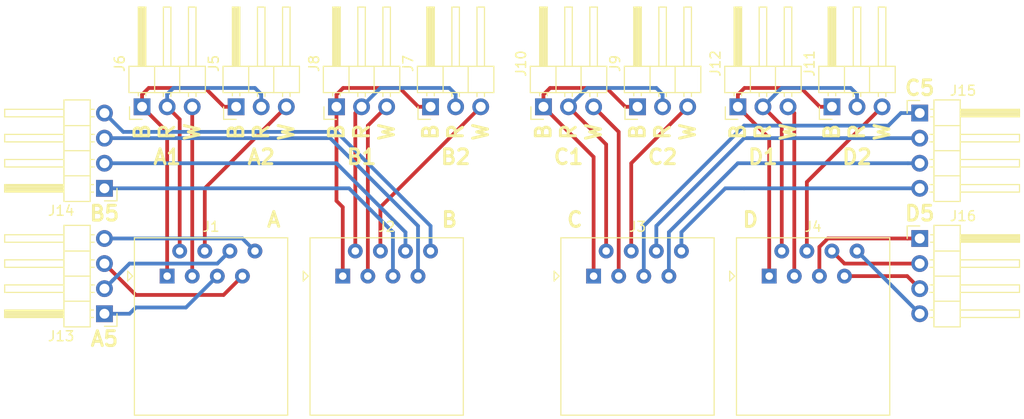
<source format=kicad_pcb>
(kicad_pcb (version 20171130) (host pcbnew 5.0.2+dfsg1-1)

  (general
    (thickness 1.6)
    (drawings 40)
    (tracks 121)
    (zones 0)
    (modules 21)
    (nets 33)
  )

  (page A4)
  (layers
    (0 F.Cu signal)
    (31 B.Cu signal)
    (32 B.Adhes user)
    (33 F.Adhes user)
    (34 B.Paste user)
    (35 F.Paste user)
    (36 B.SilkS user)
    (37 F.SilkS user)
    (38 B.Mask user)
    (39 F.Mask user)
    (40 Dwgs.User user)
    (41 Cmts.User user)
    (42 Eco1.User user)
    (43 Eco2.User user)
    (44 Edge.Cuts user)
    (45 Margin user)
    (46 B.CrtYd user)
    (47 F.CrtYd user)
    (48 B.Fab user)
    (49 F.Fab user hide)
  )

  (setup
    (last_trace_width 0.381)
    (user_trace_width 0.1524)
    (user_trace_width 0.254)
    (user_trace_width 0.381)
    (user_trace_width 0.508)
    (user_trace_width 0.8128)
    (trace_clearance 0.2)
    (zone_clearance 0.508)
    (zone_45_only no)
    (trace_min 0.1524)
    (segment_width 0.2)
    (edge_width 0.15)
    (via_size 0.8)
    (via_drill 0.4)
    (via_min_size 0.4)
    (via_min_drill 0.3)
    (uvia_size 0.3)
    (uvia_drill 0.1)
    (uvias_allowed no)
    (uvia_min_size 0.2)
    (uvia_min_drill 0.1)
    (pcb_text_width 0.3)
    (pcb_text_size 1.5 1.5)
    (mod_edge_width 0.15)
    (mod_text_size 1 1)
    (mod_text_width 0.15)
    (pad_size 1.524 1.524)
    (pad_drill 0.762)
    (pad_to_mask_clearance 0.051)
    (solder_mask_min_width 0.25)
    (aux_axis_origin 97.79 129.54)
    (visible_elements FFFFFFFF)
    (pcbplotparams
      (layerselection 0x010fc_ffffffff)
      (usegerberextensions false)
      (usegerberattributes false)
      (usegerberadvancedattributes false)
      (creategerberjobfile false)
      (excludeedgelayer true)
      (linewidth 0.100000)
      (plotframeref false)
      (viasonmask false)
      (mode 1)
      (useauxorigin false)
      (hpglpennumber 1)
      (hpglpenspeed 20)
      (hpglpendiameter 15.000000)
      (psnegative false)
      (psa4output false)
      (plotreference true)
      (plotvalue true)
      (plotinvisibletext false)
      (padsonsilk false)
      (subtractmaskfromsilk false)
      (outputformat 1)
      (mirror false)
      (drillshape 1)
      (scaleselection 1)
      (outputdirectory ""))
  )

  (net 0 "")
  (net 1 "Net-(J1-Pad1)")
  (net 2 "Net-(J1-Pad2)")
  (net 3 "Net-(J1-Pad3)")
  (net 4 "Net-(J1-Pad4)")
  (net 5 "Net-(J1-Pad5)")
  (net 6 "Net-(J1-Pad6)")
  (net 7 "Net-(J1-Pad7)")
  (net 8 "Net-(J1-Pad8)")
  (net 9 "Net-(J2-Pad4)")
  (net 10 "Net-(J2-Pad3)")
  (net 11 "Net-(J2-Pad2)")
  (net 12 "Net-(J2-Pad1)")
  (net 13 "Net-(J10-Pad1)")
  (net 14 "Net-(J10-Pad2)")
  (net 15 "Net-(J10-Pad3)")
  (net 16 "Net-(J3-Pad4)")
  (net 17 "Net-(J11-Pad3)")
  (net 18 "Net-(J12-Pad3)")
  (net 19 "Net-(J11-Pad2)")
  (net 20 "Net-(J11-Pad1)")
  (net 21 "Net-(J14-Pad4)")
  (net 22 "Net-(J14-Pad3)")
  (net 23 "Net-(J14-Pad2)")
  (net 24 "Net-(J14-Pad1)")
  (net 25 "Net-(J15-Pad1)")
  (net 26 "Net-(J15-Pad2)")
  (net 27 "Net-(J15-Pad3)")
  (net 28 "Net-(J15-Pad4)")
  (net 29 "Net-(J16-Pad4)")
  (net 30 "Net-(J16-Pad3)")
  (net 31 "Net-(J16-Pad2)")
  (net 32 "Net-(J16-Pad1)")

  (net_class Default "This is the default net class."
    (clearance 0.2)
    (trace_width 0.25)
    (via_dia 0.8)
    (via_drill 0.4)
    (uvia_dia 0.3)
    (uvia_drill 0.1)
    (add_net "Net-(J1-Pad1)")
    (add_net "Net-(J1-Pad2)")
    (add_net "Net-(J1-Pad3)")
    (add_net "Net-(J1-Pad4)")
    (add_net "Net-(J1-Pad5)")
    (add_net "Net-(J1-Pad6)")
    (add_net "Net-(J1-Pad7)")
    (add_net "Net-(J1-Pad8)")
    (add_net "Net-(J10-Pad1)")
    (add_net "Net-(J10-Pad2)")
    (add_net "Net-(J10-Pad3)")
    (add_net "Net-(J11-Pad1)")
    (add_net "Net-(J11-Pad2)")
    (add_net "Net-(J11-Pad3)")
    (add_net "Net-(J12-Pad3)")
    (add_net "Net-(J14-Pad1)")
    (add_net "Net-(J14-Pad2)")
    (add_net "Net-(J14-Pad3)")
    (add_net "Net-(J14-Pad4)")
    (add_net "Net-(J15-Pad1)")
    (add_net "Net-(J15-Pad2)")
    (add_net "Net-(J15-Pad3)")
    (add_net "Net-(J15-Pad4)")
    (add_net "Net-(J16-Pad1)")
    (add_net "Net-(J16-Pad2)")
    (add_net "Net-(J16-Pad3)")
    (add_net "Net-(J16-Pad4)")
    (add_net "Net-(J2-Pad1)")
    (add_net "Net-(J2-Pad2)")
    (add_net "Net-(J2-Pad3)")
    (add_net "Net-(J2-Pad4)")
    (add_net "Net-(J3-Pad4)")
  )

  (module Connector_RJ:RJ45_Amphenol_54602-x08_Horizontal (layer F.Cu) (tedit 5B103613) (tstamp 5CACCC79)
    (at 148.59 118.11)
    (descr "8 Pol Shallow Latch Connector, Modjack, RJ45 (https://cdn.amphenol-icc.com/media/wysiwyg/files/drawing/c-bmj-0102.pdf)")
    (tags RJ45)
    (path /5C986D5C)
    (fp_text reference J3 (at 4.445 -5) (layer F.SilkS)
      (effects (font (size 1 1) (thickness 0.15)))
    )
    (fp_text value RJ45 (at 4.445 4) (layer F.Fab)
      (effects (font (size 1 1) (thickness 0.15)))
    )
    (fp_text user %R (at 4.445 2) (layer F.Fab)
      (effects (font (size 1 1) (thickness 0.15)))
    )
    (fp_line (start -4 0.5) (end -3.5 0) (layer F.SilkS) (width 0.12))
    (fp_line (start -4 -0.5) (end -4 0.5) (layer F.SilkS) (width 0.12))
    (fp_line (start -3.5 0) (end -4 -0.5) (layer F.SilkS) (width 0.12))
    (fp_line (start -3.205 13.97) (end -3.205 -2.77) (layer F.Fab) (width 0.12))
    (fp_line (start 12.095 13.97) (end -3.205 13.97) (layer F.Fab) (width 0.12))
    (fp_line (start 12.095 -3.77) (end 12.095 13.97) (layer F.Fab) (width 0.12))
    (fp_line (start -2.205 -3.77) (end 12.095 -3.77) (layer F.Fab) (width 0.12))
    (fp_line (start -3.205 -2.77) (end -2.205 -3.77) (layer F.Fab) (width 0.12))
    (fp_line (start -3.315 14.08) (end 12.205 14.08) (layer F.SilkS) (width 0.12))
    (fp_line (start 12.205 -3.88) (end 12.205 14.08) (layer F.SilkS) (width 0.12))
    (fp_line (start 12.205 -3.88) (end -3.315 -3.88) (layer F.SilkS) (width 0.12))
    (fp_line (start -3.315 -3.88) (end -3.315 14.08) (layer F.SilkS) (width 0.12))
    (fp_line (start -3.71 -4.27) (end 12.6 -4.27) (layer F.CrtYd) (width 0.05))
    (fp_line (start -3.71 -4.27) (end -3.71 14.47) (layer F.CrtYd) (width 0.05))
    (fp_line (start 12.6 14.47) (end 12.6 -4.27) (layer F.CrtYd) (width 0.05))
    (fp_line (start 12.6 14.47) (end -3.71 14.47) (layer F.CrtYd) (width 0.05))
    (pad "" np_thru_hole circle (at 10.16 6.35) (size 3.2 3.2) (drill 3.2) (layers *.Cu *.Mask))
    (pad "" np_thru_hole circle (at -1.27 6.35) (size 3.2 3.2) (drill 3.2) (layers *.Cu *.Mask))
    (pad 1 thru_hole rect (at 0 0) (size 1.5 1.5) (drill 0.76) (layers *.Cu *.Mask)
      (net 13 "Net-(J10-Pad1)"))
    (pad 2 thru_hole circle (at 1.27 -2.54) (size 1.5 1.5) (drill 0.76) (layers *.Cu *.Mask)
      (net 14 "Net-(J10-Pad2)"))
    (pad 3 thru_hole circle (at 2.54 0) (size 1.5 1.5) (drill 0.76) (layers *.Cu *.Mask)
      (net 15 "Net-(J10-Pad3)"))
    (pad 4 thru_hole circle (at 3.81 -2.54) (size 1.5 1.5) (drill 0.76) (layers *.Cu *.Mask)
      (net 16 "Net-(J3-Pad4)"))
    (pad 5 thru_hole circle (at 5.08 0) (size 1.5 1.5) (drill 0.76) (layers *.Cu *.Mask)
      (net 25 "Net-(J15-Pad1)"))
    (pad 6 thru_hole circle (at 6.35 -2.54) (size 1.5 1.5) (drill 0.76) (layers *.Cu *.Mask)
      (net 26 "Net-(J15-Pad2)"))
    (pad 7 thru_hole circle (at 7.62 0) (size 1.5 1.5) (drill 0.76) (layers *.Cu *.Mask)
      (net 27 "Net-(J15-Pad3)"))
    (pad 8 thru_hole circle (at 8.89 -2.54) (size 1.5 1.5) (drill 0.76) (layers *.Cu *.Mask)
      (net 28 "Net-(J15-Pad4)"))
    (model ${KISYS3DMOD}/Connector_RJ.3dshapes/RJ45_Amphenol_54602-x08_Horizontal.wrl
      (at (xyz 0 0 0))
      (scale (xyz 1 1 1))
      (rotate (xyz 0 0 0))
    )
  )

  (module Connector_PinHeader_2.54mm:PinHeader_1x04_P2.54mm_Horizontal (layer F.Cu) (tedit 59FED5CB) (tstamp 5CBFF0A4)
    (at 99.06 109.22 180)
    (descr "Through hole angled pin header, 1x04, 2.54mm pitch, 6mm pin length, single row")
    (tags "Through hole angled pin header THT 1x04 2.54mm single row")
    (path /5C991DA2)
    (fp_text reference J14 (at 4.385 -2.27 180) (layer F.SilkS)
      (effects (font (size 1 1) (thickness 0.15)))
    )
    (fp_text value Var2 (at 4.385 9.89 180) (layer F.Fab)
      (effects (font (size 1 1) (thickness 0.15)))
    )
    (fp_text user %R (at 2.77 3.81 270) (layer F.Fab)
      (effects (font (size 1 1) (thickness 0.15)))
    )
    (fp_line (start 10.55 -1.8) (end -1.8 -1.8) (layer F.CrtYd) (width 0.05))
    (fp_line (start 10.55 9.4) (end 10.55 -1.8) (layer F.CrtYd) (width 0.05))
    (fp_line (start -1.8 9.4) (end 10.55 9.4) (layer F.CrtYd) (width 0.05))
    (fp_line (start -1.8 -1.8) (end -1.8 9.4) (layer F.CrtYd) (width 0.05))
    (fp_line (start -1.27 -1.27) (end 0 -1.27) (layer F.SilkS) (width 0.12))
    (fp_line (start -1.27 0) (end -1.27 -1.27) (layer F.SilkS) (width 0.12))
    (fp_line (start 1.042929 8) (end 1.44 8) (layer F.SilkS) (width 0.12))
    (fp_line (start 1.042929 7.24) (end 1.44 7.24) (layer F.SilkS) (width 0.12))
    (fp_line (start 10.1 8) (end 4.1 8) (layer F.SilkS) (width 0.12))
    (fp_line (start 10.1 7.24) (end 10.1 8) (layer F.SilkS) (width 0.12))
    (fp_line (start 4.1 7.24) (end 10.1 7.24) (layer F.SilkS) (width 0.12))
    (fp_line (start 1.44 6.35) (end 4.1 6.35) (layer F.SilkS) (width 0.12))
    (fp_line (start 1.042929 5.46) (end 1.44 5.46) (layer F.SilkS) (width 0.12))
    (fp_line (start 1.042929 4.7) (end 1.44 4.7) (layer F.SilkS) (width 0.12))
    (fp_line (start 10.1 5.46) (end 4.1 5.46) (layer F.SilkS) (width 0.12))
    (fp_line (start 10.1 4.7) (end 10.1 5.46) (layer F.SilkS) (width 0.12))
    (fp_line (start 4.1 4.7) (end 10.1 4.7) (layer F.SilkS) (width 0.12))
    (fp_line (start 1.44 3.81) (end 4.1 3.81) (layer F.SilkS) (width 0.12))
    (fp_line (start 1.042929 2.92) (end 1.44 2.92) (layer F.SilkS) (width 0.12))
    (fp_line (start 1.042929 2.16) (end 1.44 2.16) (layer F.SilkS) (width 0.12))
    (fp_line (start 10.1 2.92) (end 4.1 2.92) (layer F.SilkS) (width 0.12))
    (fp_line (start 10.1 2.16) (end 10.1 2.92) (layer F.SilkS) (width 0.12))
    (fp_line (start 4.1 2.16) (end 10.1 2.16) (layer F.SilkS) (width 0.12))
    (fp_line (start 1.44 1.27) (end 4.1 1.27) (layer F.SilkS) (width 0.12))
    (fp_line (start 1.11 0.38) (end 1.44 0.38) (layer F.SilkS) (width 0.12))
    (fp_line (start 1.11 -0.38) (end 1.44 -0.38) (layer F.SilkS) (width 0.12))
    (fp_line (start 4.1 0.28) (end 10.1 0.28) (layer F.SilkS) (width 0.12))
    (fp_line (start 4.1 0.16) (end 10.1 0.16) (layer F.SilkS) (width 0.12))
    (fp_line (start 4.1 0.04) (end 10.1 0.04) (layer F.SilkS) (width 0.12))
    (fp_line (start 4.1 -0.08) (end 10.1 -0.08) (layer F.SilkS) (width 0.12))
    (fp_line (start 4.1 -0.2) (end 10.1 -0.2) (layer F.SilkS) (width 0.12))
    (fp_line (start 4.1 -0.32) (end 10.1 -0.32) (layer F.SilkS) (width 0.12))
    (fp_line (start 10.1 0.38) (end 4.1 0.38) (layer F.SilkS) (width 0.12))
    (fp_line (start 10.1 -0.38) (end 10.1 0.38) (layer F.SilkS) (width 0.12))
    (fp_line (start 4.1 -0.38) (end 10.1 -0.38) (layer F.SilkS) (width 0.12))
    (fp_line (start 4.1 -1.33) (end 1.44 -1.33) (layer F.SilkS) (width 0.12))
    (fp_line (start 4.1 8.95) (end 4.1 -1.33) (layer F.SilkS) (width 0.12))
    (fp_line (start 1.44 8.95) (end 4.1 8.95) (layer F.SilkS) (width 0.12))
    (fp_line (start 1.44 -1.33) (end 1.44 8.95) (layer F.SilkS) (width 0.12))
    (fp_line (start 4.04 7.94) (end 10.04 7.94) (layer F.Fab) (width 0.1))
    (fp_line (start 10.04 7.3) (end 10.04 7.94) (layer F.Fab) (width 0.1))
    (fp_line (start 4.04 7.3) (end 10.04 7.3) (layer F.Fab) (width 0.1))
    (fp_line (start -0.32 7.94) (end 1.5 7.94) (layer F.Fab) (width 0.1))
    (fp_line (start -0.32 7.3) (end -0.32 7.94) (layer F.Fab) (width 0.1))
    (fp_line (start -0.32 7.3) (end 1.5 7.3) (layer F.Fab) (width 0.1))
    (fp_line (start 4.04 5.4) (end 10.04 5.4) (layer F.Fab) (width 0.1))
    (fp_line (start 10.04 4.76) (end 10.04 5.4) (layer F.Fab) (width 0.1))
    (fp_line (start 4.04 4.76) (end 10.04 4.76) (layer F.Fab) (width 0.1))
    (fp_line (start -0.32 5.4) (end 1.5 5.4) (layer F.Fab) (width 0.1))
    (fp_line (start -0.32 4.76) (end -0.32 5.4) (layer F.Fab) (width 0.1))
    (fp_line (start -0.32 4.76) (end 1.5 4.76) (layer F.Fab) (width 0.1))
    (fp_line (start 4.04 2.86) (end 10.04 2.86) (layer F.Fab) (width 0.1))
    (fp_line (start 10.04 2.22) (end 10.04 2.86) (layer F.Fab) (width 0.1))
    (fp_line (start 4.04 2.22) (end 10.04 2.22) (layer F.Fab) (width 0.1))
    (fp_line (start -0.32 2.86) (end 1.5 2.86) (layer F.Fab) (width 0.1))
    (fp_line (start -0.32 2.22) (end -0.32 2.86) (layer F.Fab) (width 0.1))
    (fp_line (start -0.32 2.22) (end 1.5 2.22) (layer F.Fab) (width 0.1))
    (fp_line (start 4.04 0.32) (end 10.04 0.32) (layer F.Fab) (width 0.1))
    (fp_line (start 10.04 -0.32) (end 10.04 0.32) (layer F.Fab) (width 0.1))
    (fp_line (start 4.04 -0.32) (end 10.04 -0.32) (layer F.Fab) (width 0.1))
    (fp_line (start -0.32 0.32) (end 1.5 0.32) (layer F.Fab) (width 0.1))
    (fp_line (start -0.32 -0.32) (end -0.32 0.32) (layer F.Fab) (width 0.1))
    (fp_line (start -0.32 -0.32) (end 1.5 -0.32) (layer F.Fab) (width 0.1))
    (fp_line (start 1.5 -0.635) (end 2.135 -1.27) (layer F.Fab) (width 0.1))
    (fp_line (start 1.5 8.89) (end 1.5 -0.635) (layer F.Fab) (width 0.1))
    (fp_line (start 4.04 8.89) (end 1.5 8.89) (layer F.Fab) (width 0.1))
    (fp_line (start 4.04 -1.27) (end 4.04 8.89) (layer F.Fab) (width 0.1))
    (fp_line (start 2.135 -1.27) (end 4.04 -1.27) (layer F.Fab) (width 0.1))
    (pad 4 thru_hole oval (at 0 7.62 180) (size 1.7 1.7) (drill 1) (layers *.Cu *.Mask)
      (net 21 "Net-(J14-Pad4)"))
    (pad 3 thru_hole oval (at 0 5.08 180) (size 1.7 1.7) (drill 1) (layers *.Cu *.Mask)
      (net 22 "Net-(J14-Pad3)"))
    (pad 2 thru_hole oval (at 0 2.54 180) (size 1.7 1.7) (drill 1) (layers *.Cu *.Mask)
      (net 23 "Net-(J14-Pad2)"))
    (pad 1 thru_hole rect (at 0 0 180) (size 1.7 1.7) (drill 1) (layers *.Cu *.Mask)
      (net 24 "Net-(J14-Pad1)"))
    (model ${KISYS3DMOD}/Connector_PinHeader_2.54mm.3dshapes/PinHeader_1x04_P2.54mm_Horizontal.wrl
      (at (xyz 0 0 0))
      (scale (xyz 1 1 1))
      (rotate (xyz 0 0 0))
    )
  )

  (module Connector_RJ:RJ45_Amphenol_54602-x08_Horizontal (layer F.Cu) (tedit 5B103613) (tstamp 5CACCC98)
    (at 166.37 118.11)
    (descr "8 Pol Shallow Latch Connector, Modjack, RJ45 (https://cdn.amphenol-icc.com/media/wysiwyg/files/drawing/c-bmj-0102.pdf)")
    (tags RJ45)
    (path /5C98745D)
    (fp_text reference J4 (at 4.445 -5) (layer F.SilkS)
      (effects (font (size 1 1) (thickness 0.15)))
    )
    (fp_text value RJ45 (at 4.445 4) (layer F.Fab)
      (effects (font (size 1 1) (thickness 0.15)))
    )
    (fp_line (start 12.6 14.47) (end -3.71 14.47) (layer F.CrtYd) (width 0.05))
    (fp_line (start 12.6 14.47) (end 12.6 -4.27) (layer F.CrtYd) (width 0.05))
    (fp_line (start -3.71 -4.27) (end -3.71 14.47) (layer F.CrtYd) (width 0.05))
    (fp_line (start -3.71 -4.27) (end 12.6 -4.27) (layer F.CrtYd) (width 0.05))
    (fp_line (start -3.315 -3.88) (end -3.315 14.08) (layer F.SilkS) (width 0.12))
    (fp_line (start 12.205 -3.88) (end -3.315 -3.88) (layer F.SilkS) (width 0.12))
    (fp_line (start 12.205 -3.88) (end 12.205 14.08) (layer F.SilkS) (width 0.12))
    (fp_line (start -3.315 14.08) (end 12.205 14.08) (layer F.SilkS) (width 0.12))
    (fp_line (start -3.205 -2.77) (end -2.205 -3.77) (layer F.Fab) (width 0.12))
    (fp_line (start -2.205 -3.77) (end 12.095 -3.77) (layer F.Fab) (width 0.12))
    (fp_line (start 12.095 -3.77) (end 12.095 13.97) (layer F.Fab) (width 0.12))
    (fp_line (start 12.095 13.97) (end -3.205 13.97) (layer F.Fab) (width 0.12))
    (fp_line (start -3.205 13.97) (end -3.205 -2.77) (layer F.Fab) (width 0.12))
    (fp_line (start -3.5 0) (end -4 -0.5) (layer F.SilkS) (width 0.12))
    (fp_line (start -4 -0.5) (end -4 0.5) (layer F.SilkS) (width 0.12))
    (fp_line (start -4 0.5) (end -3.5 0) (layer F.SilkS) (width 0.12))
    (fp_text user %R (at 4.445 2) (layer F.Fab)
      (effects (font (size 1 1) (thickness 0.15)))
    )
    (pad 8 thru_hole circle (at 8.89 -2.54) (size 1.5 1.5) (drill 0.76) (layers *.Cu *.Mask)
      (net 29 "Net-(J16-Pad4)"))
    (pad 7 thru_hole circle (at 7.62 0) (size 1.5 1.5) (drill 0.76) (layers *.Cu *.Mask)
      (net 30 "Net-(J16-Pad3)"))
    (pad 6 thru_hole circle (at 6.35 -2.54) (size 1.5 1.5) (drill 0.76) (layers *.Cu *.Mask)
      (net 31 "Net-(J16-Pad2)"))
    (pad 5 thru_hole circle (at 5.08 0) (size 1.5 1.5) (drill 0.76) (layers *.Cu *.Mask)
      (net 32 "Net-(J16-Pad1)"))
    (pad 4 thru_hole circle (at 3.81 -2.54) (size 1.5 1.5) (drill 0.76) (layers *.Cu *.Mask)
      (net 17 "Net-(J11-Pad3)"))
    (pad 3 thru_hole circle (at 2.54 0) (size 1.5 1.5) (drill 0.76) (layers *.Cu *.Mask)
      (net 18 "Net-(J12-Pad3)"))
    (pad 2 thru_hole circle (at 1.27 -2.54) (size 1.5 1.5) (drill 0.76) (layers *.Cu *.Mask)
      (net 19 "Net-(J11-Pad2)"))
    (pad 1 thru_hole rect (at 0 0) (size 1.5 1.5) (drill 0.76) (layers *.Cu *.Mask)
      (net 20 "Net-(J11-Pad1)"))
    (pad "" np_thru_hole circle (at -1.27 6.35) (size 3.2 3.2) (drill 3.2) (layers *.Cu *.Mask))
    (pad "" np_thru_hole circle (at 10.16 6.35) (size 3.2 3.2) (drill 3.2) (layers *.Cu *.Mask))
    (model ${KISYS3DMOD}/Connector_RJ.3dshapes/RJ45_Amphenol_54602-x08_Horizontal.wrl
      (at (xyz 0 0 0))
      (scale (xyz 1 1 1))
      (rotate (xyz 0 0 0))
    )
  )

  (module Connector_PinHeader_2.54mm:PinHeader_1x03_P2.54mm_Horizontal (layer F.Cu) (tedit 59FED5CB) (tstamp 5CACCE98)
    (at 163.195 100.965 90)
    (descr "Through hole angled pin header, 1x03, 2.54mm pitch, 6mm pin length, single row")
    (tags "Through hole angled pin header THT 1x03 2.54mm single row")
    (path /5C98746B)
    (fp_text reference J12 (at 4.385 -2.27 90) (layer F.SilkS)
      (effects (font (size 1 1) (thickness 0.15)))
    )
    (fp_text value Srv4_1 (at 4.385 7.35 90) (layer F.Fab)
      (effects (font (size 1 1) (thickness 0.15)))
    )
    (fp_text user %R (at 2.77 2.54 180) (layer F.Fab)
      (effects (font (size 1 1) (thickness 0.15)))
    )
    (fp_line (start 10.55 -1.8) (end -1.8 -1.8) (layer F.CrtYd) (width 0.05))
    (fp_line (start 10.55 6.85) (end 10.55 -1.8) (layer F.CrtYd) (width 0.05))
    (fp_line (start -1.8 6.85) (end 10.55 6.85) (layer F.CrtYd) (width 0.05))
    (fp_line (start -1.8 -1.8) (end -1.8 6.85) (layer F.CrtYd) (width 0.05))
    (fp_line (start -1.27 -1.27) (end 0 -1.27) (layer F.SilkS) (width 0.12))
    (fp_line (start -1.27 0) (end -1.27 -1.27) (layer F.SilkS) (width 0.12))
    (fp_line (start 1.042929 5.46) (end 1.44 5.46) (layer F.SilkS) (width 0.12))
    (fp_line (start 1.042929 4.7) (end 1.44 4.7) (layer F.SilkS) (width 0.12))
    (fp_line (start 10.1 5.46) (end 4.1 5.46) (layer F.SilkS) (width 0.12))
    (fp_line (start 10.1 4.7) (end 10.1 5.46) (layer F.SilkS) (width 0.12))
    (fp_line (start 4.1 4.7) (end 10.1 4.7) (layer F.SilkS) (width 0.12))
    (fp_line (start 1.44 3.81) (end 4.1 3.81) (layer F.SilkS) (width 0.12))
    (fp_line (start 1.042929 2.92) (end 1.44 2.92) (layer F.SilkS) (width 0.12))
    (fp_line (start 1.042929 2.16) (end 1.44 2.16) (layer F.SilkS) (width 0.12))
    (fp_line (start 10.1 2.92) (end 4.1 2.92) (layer F.SilkS) (width 0.12))
    (fp_line (start 10.1 2.16) (end 10.1 2.92) (layer F.SilkS) (width 0.12))
    (fp_line (start 4.1 2.16) (end 10.1 2.16) (layer F.SilkS) (width 0.12))
    (fp_line (start 1.44 1.27) (end 4.1 1.27) (layer F.SilkS) (width 0.12))
    (fp_line (start 1.11 0.38) (end 1.44 0.38) (layer F.SilkS) (width 0.12))
    (fp_line (start 1.11 -0.38) (end 1.44 -0.38) (layer F.SilkS) (width 0.12))
    (fp_line (start 4.1 0.28) (end 10.1 0.28) (layer F.SilkS) (width 0.12))
    (fp_line (start 4.1 0.16) (end 10.1 0.16) (layer F.SilkS) (width 0.12))
    (fp_line (start 4.1 0.04) (end 10.1 0.04) (layer F.SilkS) (width 0.12))
    (fp_line (start 4.1 -0.08) (end 10.1 -0.08) (layer F.SilkS) (width 0.12))
    (fp_line (start 4.1 -0.2) (end 10.1 -0.2) (layer F.SilkS) (width 0.12))
    (fp_line (start 4.1 -0.32) (end 10.1 -0.32) (layer F.SilkS) (width 0.12))
    (fp_line (start 10.1 0.38) (end 4.1 0.38) (layer F.SilkS) (width 0.12))
    (fp_line (start 10.1 -0.38) (end 10.1 0.38) (layer F.SilkS) (width 0.12))
    (fp_line (start 4.1 -0.38) (end 10.1 -0.38) (layer F.SilkS) (width 0.12))
    (fp_line (start 4.1 -1.33) (end 1.44 -1.33) (layer F.SilkS) (width 0.12))
    (fp_line (start 4.1 6.41) (end 4.1 -1.33) (layer F.SilkS) (width 0.12))
    (fp_line (start 1.44 6.41) (end 4.1 6.41) (layer F.SilkS) (width 0.12))
    (fp_line (start 1.44 -1.33) (end 1.44 6.41) (layer F.SilkS) (width 0.12))
    (fp_line (start 4.04 5.4) (end 10.04 5.4) (layer F.Fab) (width 0.1))
    (fp_line (start 10.04 4.76) (end 10.04 5.4) (layer F.Fab) (width 0.1))
    (fp_line (start 4.04 4.76) (end 10.04 4.76) (layer F.Fab) (width 0.1))
    (fp_line (start -0.32 5.4) (end 1.5 5.4) (layer F.Fab) (width 0.1))
    (fp_line (start -0.32 4.76) (end -0.32 5.4) (layer F.Fab) (width 0.1))
    (fp_line (start -0.32 4.76) (end 1.5 4.76) (layer F.Fab) (width 0.1))
    (fp_line (start 4.04 2.86) (end 10.04 2.86) (layer F.Fab) (width 0.1))
    (fp_line (start 10.04 2.22) (end 10.04 2.86) (layer F.Fab) (width 0.1))
    (fp_line (start 4.04 2.22) (end 10.04 2.22) (layer F.Fab) (width 0.1))
    (fp_line (start -0.32 2.86) (end 1.5 2.86) (layer F.Fab) (width 0.1))
    (fp_line (start -0.32 2.22) (end -0.32 2.86) (layer F.Fab) (width 0.1))
    (fp_line (start -0.32 2.22) (end 1.5 2.22) (layer F.Fab) (width 0.1))
    (fp_line (start 4.04 0.32) (end 10.04 0.32) (layer F.Fab) (width 0.1))
    (fp_line (start 10.04 -0.32) (end 10.04 0.32) (layer F.Fab) (width 0.1))
    (fp_line (start 4.04 -0.32) (end 10.04 -0.32) (layer F.Fab) (width 0.1))
    (fp_line (start -0.32 0.32) (end 1.5 0.32) (layer F.Fab) (width 0.1))
    (fp_line (start -0.32 -0.32) (end -0.32 0.32) (layer F.Fab) (width 0.1))
    (fp_line (start -0.32 -0.32) (end 1.5 -0.32) (layer F.Fab) (width 0.1))
    (fp_line (start 1.5 -0.635) (end 2.135 -1.27) (layer F.Fab) (width 0.1))
    (fp_line (start 1.5 6.35) (end 1.5 -0.635) (layer F.Fab) (width 0.1))
    (fp_line (start 4.04 6.35) (end 1.5 6.35) (layer F.Fab) (width 0.1))
    (fp_line (start 4.04 -1.27) (end 4.04 6.35) (layer F.Fab) (width 0.1))
    (fp_line (start 2.135 -1.27) (end 4.04 -1.27) (layer F.Fab) (width 0.1))
    (pad 3 thru_hole oval (at 0 5.08 90) (size 1.7 1.7) (drill 1) (layers *.Cu *.Mask)
      (net 18 "Net-(J12-Pad3)"))
    (pad 2 thru_hole oval (at 0 2.54 90) (size 1.7 1.7) (drill 1) (layers *.Cu *.Mask)
      (net 19 "Net-(J11-Pad2)"))
    (pad 1 thru_hole rect (at 0 0 90) (size 1.7 1.7) (drill 1) (layers *.Cu *.Mask)
      (net 20 "Net-(J11-Pad1)"))
    (model ${KISYS3DMOD}/Connector_PinHeader_2.54mm.3dshapes/PinHeader_1x03_P2.54mm_Horizontal.wrl
      (at (xyz 0 0 0))
      (scale (xyz 1 1 1))
      (rotate (xyz 0 0 0))
    )
  )

  (module MountingHole:MountingHole_3.2mm_M3 (layer F.Cu) (tedit 5C9785C4) (tstamp 5CADCD42)
    (at 140.335 118.745)
    (descr "Mounting Hole 3.2mm, no annular, M3")
    (tags "mounting hole 3.2mm no annular m3")
    (attr virtual)
    (fp_text reference "" (at 0 -4.2) (layer F.SilkS) hide
      (effects (font (size 1 1) (thickness 0.15)))
    )
    (fp_text value MountingHole_3.2mm_M3 (at 0 4.2) (layer F.Fab)
      (effects (font (size 1 1) (thickness 0.15)))
    )
    (fp_circle (center 0 0) (end 3.45 0) (layer F.CrtYd) (width 0.05))
    (fp_circle (center 0 0) (end 3.2 0) (layer Cmts.User) (width 0.15))
    (fp_text user %R (at 0.3 0) (layer F.Fab)
      (effects (font (size 1 1) (thickness 0.15)))
    )
    (pad 1 np_thru_hole circle (at 0 0) (size 3.2 3.2) (drill 3.2) (layers *.Cu *.Mask))
  )

  (module MountingHole:MountingHole_3.2mm_M3 (layer F.Cu) (tedit 5C978592) (tstamp 5CADC30D)
    (at 185.42 128.27)
    (descr "Mounting Hole 3.2mm, no annular, M3")
    (tags "mounting hole 3.2mm no annular m3")
    (attr virtual)
    (fp_text reference "" (at 0 -4.2) (layer F.SilkS) hide
      (effects (font (size 1 1) (thickness 0.15)))
    )
    (fp_text value MountingHole_3.2mm_M3 (at 0 4.2) (layer F.Fab)
      (effects (font (size 1 1) (thickness 0.15)))
    )
    (fp_circle (center 0 0) (end 3.45 0) (layer F.CrtYd) (width 0.05))
    (fp_circle (center 0 0) (end 3.2 0) (layer Cmts.User) (width 0.15))
    (fp_text user %R (at 0.3 0) (layer F.Fab)
      (effects (font (size 1 1) (thickness 0.15)))
    )
    (pad 1 np_thru_hole circle (at 0 0) (size 3.2 3.2) (drill 3.2) (layers *.Cu *.Mask))
  )

  (module Connector_PinHeader_2.54mm:PinHeader_1x03_P2.54mm_Horizontal (layer F.Cu) (tedit 59FED5CB) (tstamp 5CACCE58)
    (at 172.72 100.965 90)
    (descr "Through hole angled pin header, 1x03, 2.54mm pitch, 6mm pin length, single row")
    (tags "Through hole angled pin header THT 1x03 2.54mm single row")
    (path /5C987464)
    (fp_text reference J11 (at 4.385 -2.27 90) (layer F.SilkS)
      (effects (font (size 1 1) (thickness 0.15)))
    )
    (fp_text value Srv4_2 (at 4.385 7.35 90) (layer F.Fab)
      (effects (font (size 1 1) (thickness 0.15)))
    )
    (fp_line (start 2.135 -1.27) (end 4.04 -1.27) (layer F.Fab) (width 0.1))
    (fp_line (start 4.04 -1.27) (end 4.04 6.35) (layer F.Fab) (width 0.1))
    (fp_line (start 4.04 6.35) (end 1.5 6.35) (layer F.Fab) (width 0.1))
    (fp_line (start 1.5 6.35) (end 1.5 -0.635) (layer F.Fab) (width 0.1))
    (fp_line (start 1.5 -0.635) (end 2.135 -1.27) (layer F.Fab) (width 0.1))
    (fp_line (start -0.32 -0.32) (end 1.5 -0.32) (layer F.Fab) (width 0.1))
    (fp_line (start -0.32 -0.32) (end -0.32 0.32) (layer F.Fab) (width 0.1))
    (fp_line (start -0.32 0.32) (end 1.5 0.32) (layer F.Fab) (width 0.1))
    (fp_line (start 4.04 -0.32) (end 10.04 -0.32) (layer F.Fab) (width 0.1))
    (fp_line (start 10.04 -0.32) (end 10.04 0.32) (layer F.Fab) (width 0.1))
    (fp_line (start 4.04 0.32) (end 10.04 0.32) (layer F.Fab) (width 0.1))
    (fp_line (start -0.32 2.22) (end 1.5 2.22) (layer F.Fab) (width 0.1))
    (fp_line (start -0.32 2.22) (end -0.32 2.86) (layer F.Fab) (width 0.1))
    (fp_line (start -0.32 2.86) (end 1.5 2.86) (layer F.Fab) (width 0.1))
    (fp_line (start 4.04 2.22) (end 10.04 2.22) (layer F.Fab) (width 0.1))
    (fp_line (start 10.04 2.22) (end 10.04 2.86) (layer F.Fab) (width 0.1))
    (fp_line (start 4.04 2.86) (end 10.04 2.86) (layer F.Fab) (width 0.1))
    (fp_line (start -0.32 4.76) (end 1.5 4.76) (layer F.Fab) (width 0.1))
    (fp_line (start -0.32 4.76) (end -0.32 5.4) (layer F.Fab) (width 0.1))
    (fp_line (start -0.32 5.4) (end 1.5 5.4) (layer F.Fab) (width 0.1))
    (fp_line (start 4.04 4.76) (end 10.04 4.76) (layer F.Fab) (width 0.1))
    (fp_line (start 10.04 4.76) (end 10.04 5.4) (layer F.Fab) (width 0.1))
    (fp_line (start 4.04 5.4) (end 10.04 5.4) (layer F.Fab) (width 0.1))
    (fp_line (start 1.44 -1.33) (end 1.44 6.41) (layer F.SilkS) (width 0.12))
    (fp_line (start 1.44 6.41) (end 4.1 6.41) (layer F.SilkS) (width 0.12))
    (fp_line (start 4.1 6.41) (end 4.1 -1.33) (layer F.SilkS) (width 0.12))
    (fp_line (start 4.1 -1.33) (end 1.44 -1.33) (layer F.SilkS) (width 0.12))
    (fp_line (start 4.1 -0.38) (end 10.1 -0.38) (layer F.SilkS) (width 0.12))
    (fp_line (start 10.1 -0.38) (end 10.1 0.38) (layer F.SilkS) (width 0.12))
    (fp_line (start 10.1 0.38) (end 4.1 0.38) (layer F.SilkS) (width 0.12))
    (fp_line (start 4.1 -0.32) (end 10.1 -0.32) (layer F.SilkS) (width 0.12))
    (fp_line (start 4.1 -0.2) (end 10.1 -0.2) (layer F.SilkS) (width 0.12))
    (fp_line (start 4.1 -0.08) (end 10.1 -0.08) (layer F.SilkS) (width 0.12))
    (fp_line (start 4.1 0.04) (end 10.1 0.04) (layer F.SilkS) (width 0.12))
    (fp_line (start 4.1 0.16) (end 10.1 0.16) (layer F.SilkS) (width 0.12))
    (fp_line (start 4.1 0.28) (end 10.1 0.28) (layer F.SilkS) (width 0.12))
    (fp_line (start 1.11 -0.38) (end 1.44 -0.38) (layer F.SilkS) (width 0.12))
    (fp_line (start 1.11 0.38) (end 1.44 0.38) (layer F.SilkS) (width 0.12))
    (fp_line (start 1.44 1.27) (end 4.1 1.27) (layer F.SilkS) (width 0.12))
    (fp_line (start 4.1 2.16) (end 10.1 2.16) (layer F.SilkS) (width 0.12))
    (fp_line (start 10.1 2.16) (end 10.1 2.92) (layer F.SilkS) (width 0.12))
    (fp_line (start 10.1 2.92) (end 4.1 2.92) (layer F.SilkS) (width 0.12))
    (fp_line (start 1.042929 2.16) (end 1.44 2.16) (layer F.SilkS) (width 0.12))
    (fp_line (start 1.042929 2.92) (end 1.44 2.92) (layer F.SilkS) (width 0.12))
    (fp_line (start 1.44 3.81) (end 4.1 3.81) (layer F.SilkS) (width 0.12))
    (fp_line (start 4.1 4.7) (end 10.1 4.7) (layer F.SilkS) (width 0.12))
    (fp_line (start 10.1 4.7) (end 10.1 5.46) (layer F.SilkS) (width 0.12))
    (fp_line (start 10.1 5.46) (end 4.1 5.46) (layer F.SilkS) (width 0.12))
    (fp_line (start 1.042929 4.7) (end 1.44 4.7) (layer F.SilkS) (width 0.12))
    (fp_line (start 1.042929 5.46) (end 1.44 5.46) (layer F.SilkS) (width 0.12))
    (fp_line (start -1.27 0) (end -1.27 -1.27) (layer F.SilkS) (width 0.12))
    (fp_line (start -1.27 -1.27) (end 0 -1.27) (layer F.SilkS) (width 0.12))
    (fp_line (start -1.8 -1.8) (end -1.8 6.85) (layer F.CrtYd) (width 0.05))
    (fp_line (start -1.8 6.85) (end 10.55 6.85) (layer F.CrtYd) (width 0.05))
    (fp_line (start 10.55 6.85) (end 10.55 -1.8) (layer F.CrtYd) (width 0.05))
    (fp_line (start 10.55 -1.8) (end -1.8 -1.8) (layer F.CrtYd) (width 0.05))
    (fp_text user %R (at 2.77 2.54 180) (layer F.Fab)
      (effects (font (size 1 1) (thickness 0.15)))
    )
    (pad 1 thru_hole rect (at 0 0 90) (size 1.7 1.7) (drill 1) (layers *.Cu *.Mask)
      (net 20 "Net-(J11-Pad1)"))
    (pad 2 thru_hole oval (at 0 2.54 90) (size 1.7 1.7) (drill 1) (layers *.Cu *.Mask)
      (net 19 "Net-(J11-Pad2)"))
    (pad 3 thru_hole oval (at 0 5.08 90) (size 1.7 1.7) (drill 1) (layers *.Cu *.Mask)
      (net 17 "Net-(J11-Pad3)"))
    (model ${KISYS3DMOD}/Connector_PinHeader_2.54mm.3dshapes/PinHeader_1x03_P2.54mm_Horizontal.wrl
      (at (xyz 0 0 0))
      (scale (xyz 1 1 1))
      (rotate (xyz 0 0 0))
    )
  )

  (module MountingHole:MountingHole_3.2mm_M3 (layer F.Cu) (tedit 5C978573) (tstamp 5CADBE71)
    (at 95.25 128.27)
    (descr "Mounting Hole 3.2mm, no annular, M3")
    (tags "mounting hole 3.2mm no annular m3")
    (attr virtual)
    (fp_text reference "" (at 0 -4.2) (layer F.SilkS)
      (effects (font (size 1 1) (thickness 0.15)))
    )
    (fp_text value MountingHole_3.2mm_M3 (at 0 4.2) (layer F.Fab)
      (effects (font (size 1 1) (thickness 0.15)))
    )
    (fp_circle (center 0 0) (end 3.45 0) (layer F.CrtYd) (width 0.05))
    (fp_circle (center 0 0) (end 3.2 0) (layer Cmts.User) (width 0.15))
    (fp_text user %R (at 0.3 0) (layer F.Fab)
      (effects (font (size 1 1) (thickness 0.15)))
    )
    (pad 1 np_thru_hole circle (at 0 0) (size 3.2 3.2) (drill 3.2) (layers *.Cu *.Mask))
  )

  (module Connector_RJ:RJ45_Amphenol_54602-x08_Horizontal (layer F.Cu) (tedit 5B103613) (tstamp 5CACCC3B)
    (at 105.41 118.11)
    (descr "8 Pol Shallow Latch Connector, Modjack, RJ45 (https://cdn.amphenol-icc.com/media/wysiwyg/files/drawing/c-bmj-0102.pdf)")
    (tags RJ45)
    (path /5C976D5E)
    (fp_text reference J1 (at 4.445 -5) (layer F.SilkS)
      (effects (font (size 1 1) (thickness 0.15)))
    )
    (fp_text value RJ45 (at 4.445 4) (layer F.Fab)
      (effects (font (size 1 1) (thickness 0.15)))
    )
    (fp_text user %R (at 4.445 2) (layer F.Fab)
      (effects (font (size 1 1) (thickness 0.15)))
    )
    (fp_line (start -4 0.5) (end -3.5 0) (layer F.SilkS) (width 0.12))
    (fp_line (start -4 -0.5) (end -4 0.5) (layer F.SilkS) (width 0.12))
    (fp_line (start -3.5 0) (end -4 -0.5) (layer F.SilkS) (width 0.12))
    (fp_line (start -3.205 13.97) (end -3.205 -2.77) (layer F.Fab) (width 0.12))
    (fp_line (start 12.095 13.97) (end -3.205 13.97) (layer F.Fab) (width 0.12))
    (fp_line (start 12.095 -3.77) (end 12.095 13.97) (layer F.Fab) (width 0.12))
    (fp_line (start -2.205 -3.77) (end 12.095 -3.77) (layer F.Fab) (width 0.12))
    (fp_line (start -3.205 -2.77) (end -2.205 -3.77) (layer F.Fab) (width 0.12))
    (fp_line (start -3.315 14.08) (end 12.205 14.08) (layer F.SilkS) (width 0.12))
    (fp_line (start 12.205 -3.88) (end 12.205 14.08) (layer F.SilkS) (width 0.12))
    (fp_line (start 12.205 -3.88) (end -3.315 -3.88) (layer F.SilkS) (width 0.12))
    (fp_line (start -3.315 -3.88) (end -3.315 14.08) (layer F.SilkS) (width 0.12))
    (fp_line (start -3.71 -4.27) (end 12.6 -4.27) (layer F.CrtYd) (width 0.05))
    (fp_line (start -3.71 -4.27) (end -3.71 14.47) (layer F.CrtYd) (width 0.05))
    (fp_line (start 12.6 14.47) (end 12.6 -4.27) (layer F.CrtYd) (width 0.05))
    (fp_line (start 12.6 14.47) (end -3.71 14.47) (layer F.CrtYd) (width 0.05))
    (pad "" np_thru_hole circle (at 10.16 6.35) (size 3.2 3.2) (drill 3.2) (layers *.Cu *.Mask))
    (pad "" np_thru_hole circle (at -1.27 6.35) (size 3.2 3.2) (drill 3.2) (layers *.Cu *.Mask))
    (pad 1 thru_hole rect (at 0 0) (size 1.5 1.5) (drill 0.76) (layers *.Cu *.Mask)
      (net 1 "Net-(J1-Pad1)"))
    (pad 2 thru_hole circle (at 1.27 -2.54) (size 1.5 1.5) (drill 0.76) (layers *.Cu *.Mask)
      (net 2 "Net-(J1-Pad2)"))
    (pad 3 thru_hole circle (at 2.54 0) (size 1.5 1.5) (drill 0.76) (layers *.Cu *.Mask)
      (net 3 "Net-(J1-Pad3)"))
    (pad 4 thru_hole circle (at 3.81 -2.54) (size 1.5 1.5) (drill 0.76) (layers *.Cu *.Mask)
      (net 4 "Net-(J1-Pad4)"))
    (pad 5 thru_hole circle (at 5.08 0) (size 1.5 1.5) (drill 0.76) (layers *.Cu *.Mask)
      (net 5 "Net-(J1-Pad5)"))
    (pad 6 thru_hole circle (at 6.35 -2.54) (size 1.5 1.5) (drill 0.76) (layers *.Cu *.Mask)
      (net 6 "Net-(J1-Pad6)"))
    (pad 7 thru_hole circle (at 7.62 0) (size 1.5 1.5) (drill 0.76) (layers *.Cu *.Mask)
      (net 7 "Net-(J1-Pad7)"))
    (pad 8 thru_hole circle (at 8.89 -2.54) (size 1.5 1.5) (drill 0.76) (layers *.Cu *.Mask)
      (net 8 "Net-(J1-Pad8)"))
    (model ${KISYS3DMOD}/Connector_RJ.3dshapes/RJ45_Amphenol_54602-x08_Horizontal.wrl
      (at (xyz 0 0 0))
      (scale (xyz 1 1 1))
      (rotate (xyz 0 0 0))
    )
  )

  (module Connector_RJ:RJ45_Amphenol_54602-x08_Horizontal (layer F.Cu) (tedit 5B103613) (tstamp 5CACCC5A)
    (at 123.19 118.11)
    (descr "8 Pol Shallow Latch Connector, Modjack, RJ45 (https://cdn.amphenol-icc.com/media/wysiwyg/files/drawing/c-bmj-0102.pdf)")
    (tags RJ45)
    (path /5C98699F)
    (fp_text reference J2 (at 4.445 -5) (layer F.SilkS)
      (effects (font (size 1 1) (thickness 0.15)))
    )
    (fp_text value RJ45 (at 4.445 4) (layer F.Fab)
      (effects (font (size 1 1) (thickness 0.15)))
    )
    (fp_line (start 12.6 14.47) (end -3.71 14.47) (layer F.CrtYd) (width 0.05))
    (fp_line (start 12.6 14.47) (end 12.6 -4.27) (layer F.CrtYd) (width 0.05))
    (fp_line (start -3.71 -4.27) (end -3.71 14.47) (layer F.CrtYd) (width 0.05))
    (fp_line (start -3.71 -4.27) (end 12.6 -4.27) (layer F.CrtYd) (width 0.05))
    (fp_line (start -3.315 -3.88) (end -3.315 14.08) (layer F.SilkS) (width 0.12))
    (fp_line (start 12.205 -3.88) (end -3.315 -3.88) (layer F.SilkS) (width 0.12))
    (fp_line (start 12.205 -3.88) (end 12.205 14.08) (layer F.SilkS) (width 0.12))
    (fp_line (start -3.315 14.08) (end 12.205 14.08) (layer F.SilkS) (width 0.12))
    (fp_line (start -3.205 -2.77) (end -2.205 -3.77) (layer F.Fab) (width 0.12))
    (fp_line (start -2.205 -3.77) (end 12.095 -3.77) (layer F.Fab) (width 0.12))
    (fp_line (start 12.095 -3.77) (end 12.095 13.97) (layer F.Fab) (width 0.12))
    (fp_line (start 12.095 13.97) (end -3.205 13.97) (layer F.Fab) (width 0.12))
    (fp_line (start -3.205 13.97) (end -3.205 -2.77) (layer F.Fab) (width 0.12))
    (fp_line (start -3.5 0) (end -4 -0.5) (layer F.SilkS) (width 0.12))
    (fp_line (start -4 -0.5) (end -4 0.5) (layer F.SilkS) (width 0.12))
    (fp_line (start -4 0.5) (end -3.5 0) (layer F.SilkS) (width 0.12))
    (fp_text user %R (at 4.445 2) (layer F.Fab)
      (effects (font (size 1 1) (thickness 0.15)))
    )
    (pad 8 thru_hole circle (at 8.89 -2.54) (size 1.5 1.5) (drill 0.76) (layers *.Cu *.Mask)
      (net 21 "Net-(J14-Pad4)"))
    (pad 7 thru_hole circle (at 7.62 0) (size 1.5 1.5) (drill 0.76) (layers *.Cu *.Mask)
      (net 22 "Net-(J14-Pad3)"))
    (pad 6 thru_hole circle (at 6.35 -2.54) (size 1.5 1.5) (drill 0.76) (layers *.Cu *.Mask)
      (net 23 "Net-(J14-Pad2)"))
    (pad 5 thru_hole circle (at 5.08 0) (size 1.5 1.5) (drill 0.76) (layers *.Cu *.Mask)
      (net 24 "Net-(J14-Pad1)"))
    (pad 4 thru_hole circle (at 3.81 -2.54) (size 1.5 1.5) (drill 0.76) (layers *.Cu *.Mask)
      (net 9 "Net-(J2-Pad4)"))
    (pad 3 thru_hole circle (at 2.54 0) (size 1.5 1.5) (drill 0.76) (layers *.Cu *.Mask)
      (net 10 "Net-(J2-Pad3)"))
    (pad 2 thru_hole circle (at 1.27 -2.54) (size 1.5 1.5) (drill 0.76) (layers *.Cu *.Mask)
      (net 11 "Net-(J2-Pad2)"))
    (pad 1 thru_hole rect (at 0 0) (size 1.5 1.5) (drill 0.76) (layers *.Cu *.Mask)
      (net 12 "Net-(J2-Pad1)"))
    (pad "" np_thru_hole circle (at -1.27 6.35) (size 3.2 3.2) (drill 3.2) (layers *.Cu *.Mask))
    (pad "" np_thru_hole circle (at 10.16 6.35) (size 3.2 3.2) (drill 3.2) (layers *.Cu *.Mask))
    (model ${KISYS3DMOD}/Connector_RJ.3dshapes/RJ45_Amphenol_54602-x08_Horizontal.wrl
      (at (xyz 0 0 0))
      (scale (xyz 1 1 1))
      (rotate (xyz 0 0 0))
    )
  )

  (module Connector_PinHeader_2.54mm:PinHeader_1x03_P2.54mm_Horizontal (layer F.Cu) (tedit 59FED5CB) (tstamp 5CACCD58)
    (at 132.08 100.965 90)
    (descr "Through hole angled pin header, 1x03, 2.54mm pitch, 6mm pin length, single row")
    (tags "Through hole angled pin header THT 1x03 2.54mm single row")
    (path /5C9869A6)
    (fp_text reference J7 (at 4.385 -2.27 90) (layer F.SilkS)
      (effects (font (size 1 1) (thickness 0.15)))
    )
    (fp_text value Srv2_2 (at 4.385 7.35 90) (layer F.Fab)
      (effects (font (size 1 1) (thickness 0.15)))
    )
    (fp_line (start 2.135 -1.27) (end 4.04 -1.27) (layer F.Fab) (width 0.1))
    (fp_line (start 4.04 -1.27) (end 4.04 6.35) (layer F.Fab) (width 0.1))
    (fp_line (start 4.04 6.35) (end 1.5 6.35) (layer F.Fab) (width 0.1))
    (fp_line (start 1.5 6.35) (end 1.5 -0.635) (layer F.Fab) (width 0.1))
    (fp_line (start 1.5 -0.635) (end 2.135 -1.27) (layer F.Fab) (width 0.1))
    (fp_line (start -0.32 -0.32) (end 1.5 -0.32) (layer F.Fab) (width 0.1))
    (fp_line (start -0.32 -0.32) (end -0.32 0.32) (layer F.Fab) (width 0.1))
    (fp_line (start -0.32 0.32) (end 1.5 0.32) (layer F.Fab) (width 0.1))
    (fp_line (start 4.04 -0.32) (end 10.04 -0.32) (layer F.Fab) (width 0.1))
    (fp_line (start 10.04 -0.32) (end 10.04 0.32) (layer F.Fab) (width 0.1))
    (fp_line (start 4.04 0.32) (end 10.04 0.32) (layer F.Fab) (width 0.1))
    (fp_line (start -0.32 2.22) (end 1.5 2.22) (layer F.Fab) (width 0.1))
    (fp_line (start -0.32 2.22) (end -0.32 2.86) (layer F.Fab) (width 0.1))
    (fp_line (start -0.32 2.86) (end 1.5 2.86) (layer F.Fab) (width 0.1))
    (fp_line (start 4.04 2.22) (end 10.04 2.22) (layer F.Fab) (width 0.1))
    (fp_line (start 10.04 2.22) (end 10.04 2.86) (layer F.Fab) (width 0.1))
    (fp_line (start 4.04 2.86) (end 10.04 2.86) (layer F.Fab) (width 0.1))
    (fp_line (start -0.32 4.76) (end 1.5 4.76) (layer F.Fab) (width 0.1))
    (fp_line (start -0.32 4.76) (end -0.32 5.4) (layer F.Fab) (width 0.1))
    (fp_line (start -0.32 5.4) (end 1.5 5.4) (layer F.Fab) (width 0.1))
    (fp_line (start 4.04 4.76) (end 10.04 4.76) (layer F.Fab) (width 0.1))
    (fp_line (start 10.04 4.76) (end 10.04 5.4) (layer F.Fab) (width 0.1))
    (fp_line (start 4.04 5.4) (end 10.04 5.4) (layer F.Fab) (width 0.1))
    (fp_line (start 1.44 -1.33) (end 1.44 6.41) (layer F.SilkS) (width 0.12))
    (fp_line (start 1.44 6.41) (end 4.1 6.41) (layer F.SilkS) (width 0.12))
    (fp_line (start 4.1 6.41) (end 4.1 -1.33) (layer F.SilkS) (width 0.12))
    (fp_line (start 4.1 -1.33) (end 1.44 -1.33) (layer F.SilkS) (width 0.12))
    (fp_line (start 4.1 -0.38) (end 10.1 -0.38) (layer F.SilkS) (width 0.12))
    (fp_line (start 10.1 -0.38) (end 10.1 0.38) (layer F.SilkS) (width 0.12))
    (fp_line (start 10.1 0.38) (end 4.1 0.38) (layer F.SilkS) (width 0.12))
    (fp_line (start 4.1 -0.32) (end 10.1 -0.32) (layer F.SilkS) (width 0.12))
    (fp_line (start 4.1 -0.2) (end 10.1 -0.2) (layer F.SilkS) (width 0.12))
    (fp_line (start 4.1 -0.08) (end 10.1 -0.08) (layer F.SilkS) (width 0.12))
    (fp_line (start 4.1 0.04) (end 10.1 0.04) (layer F.SilkS) (width 0.12))
    (fp_line (start 4.1 0.16) (end 10.1 0.16) (layer F.SilkS) (width 0.12))
    (fp_line (start 4.1 0.28) (end 10.1 0.28) (layer F.SilkS) (width 0.12))
    (fp_line (start 1.11 -0.38) (end 1.44 -0.38) (layer F.SilkS) (width 0.12))
    (fp_line (start 1.11 0.38) (end 1.44 0.38) (layer F.SilkS) (width 0.12))
    (fp_line (start 1.44 1.27) (end 4.1 1.27) (layer F.SilkS) (width 0.12))
    (fp_line (start 4.1 2.16) (end 10.1 2.16) (layer F.SilkS) (width 0.12))
    (fp_line (start 10.1 2.16) (end 10.1 2.92) (layer F.SilkS) (width 0.12))
    (fp_line (start 10.1 2.92) (end 4.1 2.92) (layer F.SilkS) (width 0.12))
    (fp_line (start 1.042929 2.16) (end 1.44 2.16) (layer F.SilkS) (width 0.12))
    (fp_line (start 1.042929 2.92) (end 1.44 2.92) (layer F.SilkS) (width 0.12))
    (fp_line (start 1.44 3.81) (end 4.1 3.81) (layer F.SilkS) (width 0.12))
    (fp_line (start 4.1 4.7) (end 10.1 4.7) (layer F.SilkS) (width 0.12))
    (fp_line (start 10.1 4.7) (end 10.1 5.46) (layer F.SilkS) (width 0.12))
    (fp_line (start 10.1 5.46) (end 4.1 5.46) (layer F.SilkS) (width 0.12))
    (fp_line (start 1.042929 4.7) (end 1.44 4.7) (layer F.SilkS) (width 0.12))
    (fp_line (start 1.042929 5.46) (end 1.44 5.46) (layer F.SilkS) (width 0.12))
    (fp_line (start -1.27 0) (end -1.27 -1.27) (layer F.SilkS) (width 0.12))
    (fp_line (start -1.27 -1.27) (end 0 -1.27) (layer F.SilkS) (width 0.12))
    (fp_line (start -1.8 -1.8) (end -1.8 6.85) (layer F.CrtYd) (width 0.05))
    (fp_line (start -1.8 6.85) (end 10.55 6.85) (layer F.CrtYd) (width 0.05))
    (fp_line (start 10.55 6.85) (end 10.55 -1.8) (layer F.CrtYd) (width 0.05))
    (fp_line (start 10.55 -1.8) (end -1.8 -1.8) (layer F.CrtYd) (width 0.05))
    (fp_text user %R (at 2.77 2.54 180) (layer F.Fab)
      (effects (font (size 1 1) (thickness 0.15)))
    )
    (pad 1 thru_hole rect (at 0 0 90) (size 1.7 1.7) (drill 1) (layers *.Cu *.Mask)
      (net 12 "Net-(J2-Pad1)"))
    (pad 2 thru_hole oval (at 0 2.54 90) (size 1.7 1.7) (drill 1) (layers *.Cu *.Mask)
      (net 11 "Net-(J2-Pad2)"))
    (pad 3 thru_hole oval (at 0 5.08 90) (size 1.7 1.7) (drill 1) (layers *.Cu *.Mask)
      (net 9 "Net-(J2-Pad4)"))
    (model ${KISYS3DMOD}/Connector_PinHeader_2.54mm.3dshapes/PinHeader_1x03_P2.54mm_Horizontal.wrl
      (at (xyz 0 0 0))
      (scale (xyz 1 1 1))
      (rotate (xyz 0 0 0))
    )
  )

  (module Connector_PinHeader_2.54mm:PinHeader_1x03_P2.54mm_Horizontal (layer F.Cu) (tedit 59FED5CB) (tstamp 5CACCCD8)
    (at 112.395 100.965 90)
    (descr "Through hole angled pin header, 1x03, 2.54mm pitch, 6mm pin length, single row")
    (tags "Through hole angled pin header THT 1x03 2.54mm single row")
    (path /5C977D7D)
    (fp_text reference J5 (at 4.385 -2.27 90) (layer F.SilkS)
      (effects (font (size 1 1) (thickness 0.15)))
    )
    (fp_text value Srv1_2 (at 4.385 7.35 90) (layer F.Fab)
      (effects (font (size 1 1) (thickness 0.15)))
    )
    (fp_line (start 2.135 -1.27) (end 4.04 -1.27) (layer F.Fab) (width 0.1))
    (fp_line (start 4.04 -1.27) (end 4.04 6.35) (layer F.Fab) (width 0.1))
    (fp_line (start 4.04 6.35) (end 1.5 6.35) (layer F.Fab) (width 0.1))
    (fp_line (start 1.5 6.35) (end 1.5 -0.635) (layer F.Fab) (width 0.1))
    (fp_line (start 1.5 -0.635) (end 2.135 -1.27) (layer F.Fab) (width 0.1))
    (fp_line (start -0.32 -0.32) (end 1.5 -0.32) (layer F.Fab) (width 0.1))
    (fp_line (start -0.32 -0.32) (end -0.32 0.32) (layer F.Fab) (width 0.1))
    (fp_line (start -0.32 0.32) (end 1.5 0.32) (layer F.Fab) (width 0.1))
    (fp_line (start 4.04 -0.32) (end 10.04 -0.32) (layer F.Fab) (width 0.1))
    (fp_line (start 10.04 -0.32) (end 10.04 0.32) (layer F.Fab) (width 0.1))
    (fp_line (start 4.04 0.32) (end 10.04 0.32) (layer F.Fab) (width 0.1))
    (fp_line (start -0.32 2.22) (end 1.5 2.22) (layer F.Fab) (width 0.1))
    (fp_line (start -0.32 2.22) (end -0.32 2.86) (layer F.Fab) (width 0.1))
    (fp_line (start -0.32 2.86) (end 1.5 2.86) (layer F.Fab) (width 0.1))
    (fp_line (start 4.04 2.22) (end 10.04 2.22) (layer F.Fab) (width 0.1))
    (fp_line (start 10.04 2.22) (end 10.04 2.86) (layer F.Fab) (width 0.1))
    (fp_line (start 4.04 2.86) (end 10.04 2.86) (layer F.Fab) (width 0.1))
    (fp_line (start -0.32 4.76) (end 1.5 4.76) (layer F.Fab) (width 0.1))
    (fp_line (start -0.32 4.76) (end -0.32 5.4) (layer F.Fab) (width 0.1))
    (fp_line (start -0.32 5.4) (end 1.5 5.4) (layer F.Fab) (width 0.1))
    (fp_line (start 4.04 4.76) (end 10.04 4.76) (layer F.Fab) (width 0.1))
    (fp_line (start 10.04 4.76) (end 10.04 5.4) (layer F.Fab) (width 0.1))
    (fp_line (start 4.04 5.4) (end 10.04 5.4) (layer F.Fab) (width 0.1))
    (fp_line (start 1.44 -1.33) (end 1.44 6.41) (layer F.SilkS) (width 0.12))
    (fp_line (start 1.44 6.41) (end 4.1 6.41) (layer F.SilkS) (width 0.12))
    (fp_line (start 4.1 6.41) (end 4.1 -1.33) (layer F.SilkS) (width 0.12))
    (fp_line (start 4.1 -1.33) (end 1.44 -1.33) (layer F.SilkS) (width 0.12))
    (fp_line (start 4.1 -0.38) (end 10.1 -0.38) (layer F.SilkS) (width 0.12))
    (fp_line (start 10.1 -0.38) (end 10.1 0.38) (layer F.SilkS) (width 0.12))
    (fp_line (start 10.1 0.38) (end 4.1 0.38) (layer F.SilkS) (width 0.12))
    (fp_line (start 4.1 -0.32) (end 10.1 -0.32) (layer F.SilkS) (width 0.12))
    (fp_line (start 4.1 -0.2) (end 10.1 -0.2) (layer F.SilkS) (width 0.12))
    (fp_line (start 4.1 -0.08) (end 10.1 -0.08) (layer F.SilkS) (width 0.12))
    (fp_line (start 4.1 0.04) (end 10.1 0.04) (layer F.SilkS) (width 0.12))
    (fp_line (start 4.1 0.16) (end 10.1 0.16) (layer F.SilkS) (width 0.12))
    (fp_line (start 4.1 0.28) (end 10.1 0.28) (layer F.SilkS) (width 0.12))
    (fp_line (start 1.11 -0.38) (end 1.44 -0.38) (layer F.SilkS) (width 0.12))
    (fp_line (start 1.11 0.38) (end 1.44 0.38) (layer F.SilkS) (width 0.12))
    (fp_line (start 1.44 1.27) (end 4.1 1.27) (layer F.SilkS) (width 0.12))
    (fp_line (start 4.1 2.16) (end 10.1 2.16) (layer F.SilkS) (width 0.12))
    (fp_line (start 10.1 2.16) (end 10.1 2.92) (layer F.SilkS) (width 0.12))
    (fp_line (start 10.1 2.92) (end 4.1 2.92) (layer F.SilkS) (width 0.12))
    (fp_line (start 1.042929 2.16) (end 1.44 2.16) (layer F.SilkS) (width 0.12))
    (fp_line (start 1.042929 2.92) (end 1.44 2.92) (layer F.SilkS) (width 0.12))
    (fp_line (start 1.44 3.81) (end 4.1 3.81) (layer F.SilkS) (width 0.12))
    (fp_line (start 4.1 4.7) (end 10.1 4.7) (layer F.SilkS) (width 0.12))
    (fp_line (start 10.1 4.7) (end 10.1 5.46) (layer F.SilkS) (width 0.12))
    (fp_line (start 10.1 5.46) (end 4.1 5.46) (layer F.SilkS) (width 0.12))
    (fp_line (start 1.042929 4.7) (end 1.44 4.7) (layer F.SilkS) (width 0.12))
    (fp_line (start 1.042929 5.46) (end 1.44 5.46) (layer F.SilkS) (width 0.12))
    (fp_line (start -1.27 0) (end -1.27 -1.27) (layer F.SilkS) (width 0.12))
    (fp_line (start -1.27 -1.27) (end 0 -1.27) (layer F.SilkS) (width 0.12))
    (fp_line (start -1.8 -1.8) (end -1.8 6.85) (layer F.CrtYd) (width 0.05))
    (fp_line (start -1.8 6.85) (end 10.55 6.85) (layer F.CrtYd) (width 0.05))
    (fp_line (start 10.55 6.85) (end 10.55 -1.8) (layer F.CrtYd) (width 0.05))
    (fp_line (start 10.55 -1.8) (end -1.8 -1.8) (layer F.CrtYd) (width 0.05))
    (fp_text user %R (at 2.77 2.54 180) (layer F.Fab)
      (effects (font (size 1 1) (thickness 0.15)))
    )
    (pad 1 thru_hole rect (at 0 0 90) (size 1.7 1.7) (drill 1) (layers *.Cu *.Mask)
      (net 1 "Net-(J1-Pad1)"))
    (pad 2 thru_hole oval (at 0 2.54 90) (size 1.7 1.7) (drill 1) (layers *.Cu *.Mask)
      (net 2 "Net-(J1-Pad2)"))
    (pad 3 thru_hole oval (at 0 5.08 90) (size 1.7 1.7) (drill 1) (layers *.Cu *.Mask)
      (net 4 "Net-(J1-Pad4)"))
    (model ${KISYS3DMOD}/Connector_PinHeader_2.54mm.3dshapes/PinHeader_1x03_P2.54mm_Horizontal.wrl
      (at (xyz 0 0 0))
      (scale (xyz 1 1 1))
      (rotate (xyz 0 0 0))
    )
  )

  (module Connector_PinHeader_2.54mm:PinHeader_1x03_P2.54mm_Horizontal (layer F.Cu) (tedit 59FED5CB) (tstamp 5CACCDD8)
    (at 153.035 100.965 90)
    (descr "Through hole angled pin header, 1x03, 2.54mm pitch, 6mm pin length, single row")
    (tags "Through hole angled pin header THT 1x03 2.54mm single row")
    (path /5C986D63)
    (fp_text reference J9 (at 4.385 -2.27 90) (layer F.SilkS)
      (effects (font (size 1 1) (thickness 0.15)))
    )
    (fp_text value Srv3_2 (at 4.385 7.35 90) (layer F.Fab)
      (effects (font (size 1 1) (thickness 0.15)))
    )
    (fp_line (start 2.135 -1.27) (end 4.04 -1.27) (layer F.Fab) (width 0.1))
    (fp_line (start 4.04 -1.27) (end 4.04 6.35) (layer F.Fab) (width 0.1))
    (fp_line (start 4.04 6.35) (end 1.5 6.35) (layer F.Fab) (width 0.1))
    (fp_line (start 1.5 6.35) (end 1.5 -0.635) (layer F.Fab) (width 0.1))
    (fp_line (start 1.5 -0.635) (end 2.135 -1.27) (layer F.Fab) (width 0.1))
    (fp_line (start -0.32 -0.32) (end 1.5 -0.32) (layer F.Fab) (width 0.1))
    (fp_line (start -0.32 -0.32) (end -0.32 0.32) (layer F.Fab) (width 0.1))
    (fp_line (start -0.32 0.32) (end 1.5 0.32) (layer F.Fab) (width 0.1))
    (fp_line (start 4.04 -0.32) (end 10.04 -0.32) (layer F.Fab) (width 0.1))
    (fp_line (start 10.04 -0.32) (end 10.04 0.32) (layer F.Fab) (width 0.1))
    (fp_line (start 4.04 0.32) (end 10.04 0.32) (layer F.Fab) (width 0.1))
    (fp_line (start -0.32 2.22) (end 1.5 2.22) (layer F.Fab) (width 0.1))
    (fp_line (start -0.32 2.22) (end -0.32 2.86) (layer F.Fab) (width 0.1))
    (fp_line (start -0.32 2.86) (end 1.5 2.86) (layer F.Fab) (width 0.1))
    (fp_line (start 4.04 2.22) (end 10.04 2.22) (layer F.Fab) (width 0.1))
    (fp_line (start 10.04 2.22) (end 10.04 2.86) (layer F.Fab) (width 0.1))
    (fp_line (start 4.04 2.86) (end 10.04 2.86) (layer F.Fab) (width 0.1))
    (fp_line (start -0.32 4.76) (end 1.5 4.76) (layer F.Fab) (width 0.1))
    (fp_line (start -0.32 4.76) (end -0.32 5.4) (layer F.Fab) (width 0.1))
    (fp_line (start -0.32 5.4) (end 1.5 5.4) (layer F.Fab) (width 0.1))
    (fp_line (start 4.04 4.76) (end 10.04 4.76) (layer F.Fab) (width 0.1))
    (fp_line (start 10.04 4.76) (end 10.04 5.4) (layer F.Fab) (width 0.1))
    (fp_line (start 4.04 5.4) (end 10.04 5.4) (layer F.Fab) (width 0.1))
    (fp_line (start 1.44 -1.33) (end 1.44 6.41) (layer F.SilkS) (width 0.12))
    (fp_line (start 1.44 6.41) (end 4.1 6.41) (layer F.SilkS) (width 0.12))
    (fp_line (start 4.1 6.41) (end 4.1 -1.33) (layer F.SilkS) (width 0.12))
    (fp_line (start 4.1 -1.33) (end 1.44 -1.33) (layer F.SilkS) (width 0.12))
    (fp_line (start 4.1 -0.38) (end 10.1 -0.38) (layer F.SilkS) (width 0.12))
    (fp_line (start 10.1 -0.38) (end 10.1 0.38) (layer F.SilkS) (width 0.12))
    (fp_line (start 10.1 0.38) (end 4.1 0.38) (layer F.SilkS) (width 0.12))
    (fp_line (start 4.1 -0.32) (end 10.1 -0.32) (layer F.SilkS) (width 0.12))
    (fp_line (start 4.1 -0.2) (end 10.1 -0.2) (layer F.SilkS) (width 0.12))
    (fp_line (start 4.1 -0.08) (end 10.1 -0.08) (layer F.SilkS) (width 0.12))
    (fp_line (start 4.1 0.04) (end 10.1 0.04) (layer F.SilkS) (width 0.12))
    (fp_line (start 4.1 0.16) (end 10.1 0.16) (layer F.SilkS) (width 0.12))
    (fp_line (start 4.1 0.28) (end 10.1 0.28) (layer F.SilkS) (width 0.12))
    (fp_line (start 1.11 -0.38) (end 1.44 -0.38) (layer F.SilkS) (width 0.12))
    (fp_line (start 1.11 0.38) (end 1.44 0.38) (layer F.SilkS) (width 0.12))
    (fp_line (start 1.44 1.27) (end 4.1 1.27) (layer F.SilkS) (width 0.12))
    (fp_line (start 4.1 2.16) (end 10.1 2.16) (layer F.SilkS) (width 0.12))
    (fp_line (start 10.1 2.16) (end 10.1 2.92) (layer F.SilkS) (width 0.12))
    (fp_line (start 10.1 2.92) (end 4.1 2.92) (layer F.SilkS) (width 0.12))
    (fp_line (start 1.042929 2.16) (end 1.44 2.16) (layer F.SilkS) (width 0.12))
    (fp_line (start 1.042929 2.92) (end 1.44 2.92) (layer F.SilkS) (width 0.12))
    (fp_line (start 1.44 3.81) (end 4.1 3.81) (layer F.SilkS) (width 0.12))
    (fp_line (start 4.1 4.7) (end 10.1 4.7) (layer F.SilkS) (width 0.12))
    (fp_line (start 10.1 4.7) (end 10.1 5.46) (layer F.SilkS) (width 0.12))
    (fp_line (start 10.1 5.46) (end 4.1 5.46) (layer F.SilkS) (width 0.12))
    (fp_line (start 1.042929 4.7) (end 1.44 4.7) (layer F.SilkS) (width 0.12))
    (fp_line (start 1.042929 5.46) (end 1.44 5.46) (layer F.SilkS) (width 0.12))
    (fp_line (start -1.27 0) (end -1.27 -1.27) (layer F.SilkS) (width 0.12))
    (fp_line (start -1.27 -1.27) (end 0 -1.27) (layer F.SilkS) (width 0.12))
    (fp_line (start -1.8 -1.8) (end -1.8 6.85) (layer F.CrtYd) (width 0.05))
    (fp_line (start -1.8 6.85) (end 10.55 6.85) (layer F.CrtYd) (width 0.05))
    (fp_line (start 10.55 6.85) (end 10.55 -1.8) (layer F.CrtYd) (width 0.05))
    (fp_line (start 10.55 -1.8) (end -1.8 -1.8) (layer F.CrtYd) (width 0.05))
    (fp_text user %R (at 2.77 2.54 180) (layer F.Fab)
      (effects (font (size 1 1) (thickness 0.15)))
    )
    (pad 1 thru_hole rect (at 0 0 90) (size 1.7 1.7) (drill 1) (layers *.Cu *.Mask)
      (net 13 "Net-(J10-Pad1)"))
    (pad 2 thru_hole oval (at 0 2.54 90) (size 1.7 1.7) (drill 1) (layers *.Cu *.Mask)
      (net 14 "Net-(J10-Pad2)"))
    (pad 3 thru_hole oval (at 0 5.08 90) (size 1.7 1.7) (drill 1) (layers *.Cu *.Mask)
      (net 16 "Net-(J3-Pad4)"))
    (model ${KISYS3DMOD}/Connector_PinHeader_2.54mm.3dshapes/PinHeader_1x03_P2.54mm_Horizontal.wrl
      (at (xyz 0 0 0))
      (scale (xyz 1 1 1))
      (rotate (xyz 0 0 0))
    )
  )

  (module Connector_PinHeader_2.54mm:PinHeader_1x03_P2.54mm_Horizontal (layer F.Cu) (tedit 59FED5CB) (tstamp 5CACCE18)
    (at 143.51 100.965 90)
    (descr "Through hole angled pin header, 1x03, 2.54mm pitch, 6mm pin length, single row")
    (tags "Through hole angled pin header THT 1x03 2.54mm single row")
    (path /5C986D6A)
    (fp_text reference J10 (at 4.385 -2.27 90) (layer F.SilkS)
      (effects (font (size 1 1) (thickness 0.15)))
    )
    (fp_text value Srv3_1 (at 4.385 7.35 90) (layer F.Fab)
      (effects (font (size 1 1) (thickness 0.15)))
    )
    (fp_text user %R (at 2.77 2.54 180) (layer F.Fab)
      (effects (font (size 1 1) (thickness 0.15)))
    )
    (fp_line (start 10.55 -1.8) (end -1.8 -1.8) (layer F.CrtYd) (width 0.05))
    (fp_line (start 10.55 6.85) (end 10.55 -1.8) (layer F.CrtYd) (width 0.05))
    (fp_line (start -1.8 6.85) (end 10.55 6.85) (layer F.CrtYd) (width 0.05))
    (fp_line (start -1.8 -1.8) (end -1.8 6.85) (layer F.CrtYd) (width 0.05))
    (fp_line (start -1.27 -1.27) (end 0 -1.27) (layer F.SilkS) (width 0.12))
    (fp_line (start -1.27 0) (end -1.27 -1.27) (layer F.SilkS) (width 0.12))
    (fp_line (start 1.042929 5.46) (end 1.44 5.46) (layer F.SilkS) (width 0.12))
    (fp_line (start 1.042929 4.7) (end 1.44 4.7) (layer F.SilkS) (width 0.12))
    (fp_line (start 10.1 5.46) (end 4.1 5.46) (layer F.SilkS) (width 0.12))
    (fp_line (start 10.1 4.7) (end 10.1 5.46) (layer F.SilkS) (width 0.12))
    (fp_line (start 4.1 4.7) (end 10.1 4.7) (layer F.SilkS) (width 0.12))
    (fp_line (start 1.44 3.81) (end 4.1 3.81) (layer F.SilkS) (width 0.12))
    (fp_line (start 1.042929 2.92) (end 1.44 2.92) (layer F.SilkS) (width 0.12))
    (fp_line (start 1.042929 2.16) (end 1.44 2.16) (layer F.SilkS) (width 0.12))
    (fp_line (start 10.1 2.92) (end 4.1 2.92) (layer F.SilkS) (width 0.12))
    (fp_line (start 10.1 2.16) (end 10.1 2.92) (layer F.SilkS) (width 0.12))
    (fp_line (start 4.1 2.16) (end 10.1 2.16) (layer F.SilkS) (width 0.12))
    (fp_line (start 1.44 1.27) (end 4.1 1.27) (layer F.SilkS) (width 0.12))
    (fp_line (start 1.11 0.38) (end 1.44 0.38) (layer F.SilkS) (width 0.12))
    (fp_line (start 1.11 -0.38) (end 1.44 -0.38) (layer F.SilkS) (width 0.12))
    (fp_line (start 4.1 0.28) (end 10.1 0.28) (layer F.SilkS) (width 0.12))
    (fp_line (start 4.1 0.16) (end 10.1 0.16) (layer F.SilkS) (width 0.12))
    (fp_line (start 4.1 0.04) (end 10.1 0.04) (layer F.SilkS) (width 0.12))
    (fp_line (start 4.1 -0.08) (end 10.1 -0.08) (layer F.SilkS) (width 0.12))
    (fp_line (start 4.1 -0.2) (end 10.1 -0.2) (layer F.SilkS) (width 0.12))
    (fp_line (start 4.1 -0.32) (end 10.1 -0.32) (layer F.SilkS) (width 0.12))
    (fp_line (start 10.1 0.38) (end 4.1 0.38) (layer F.SilkS) (width 0.12))
    (fp_line (start 10.1 -0.38) (end 10.1 0.38) (layer F.SilkS) (width 0.12))
    (fp_line (start 4.1 -0.38) (end 10.1 -0.38) (layer F.SilkS) (width 0.12))
    (fp_line (start 4.1 -1.33) (end 1.44 -1.33) (layer F.SilkS) (width 0.12))
    (fp_line (start 4.1 6.41) (end 4.1 -1.33) (layer F.SilkS) (width 0.12))
    (fp_line (start 1.44 6.41) (end 4.1 6.41) (layer F.SilkS) (width 0.12))
    (fp_line (start 1.44 -1.33) (end 1.44 6.41) (layer F.SilkS) (width 0.12))
    (fp_line (start 4.04 5.4) (end 10.04 5.4) (layer F.Fab) (width 0.1))
    (fp_line (start 10.04 4.76) (end 10.04 5.4) (layer F.Fab) (width 0.1))
    (fp_line (start 4.04 4.76) (end 10.04 4.76) (layer F.Fab) (width 0.1))
    (fp_line (start -0.32 5.4) (end 1.5 5.4) (layer F.Fab) (width 0.1))
    (fp_line (start -0.32 4.76) (end -0.32 5.4) (layer F.Fab) (width 0.1))
    (fp_line (start -0.32 4.76) (end 1.5 4.76) (layer F.Fab) (width 0.1))
    (fp_line (start 4.04 2.86) (end 10.04 2.86) (layer F.Fab) (width 0.1))
    (fp_line (start 10.04 2.22) (end 10.04 2.86) (layer F.Fab) (width 0.1))
    (fp_line (start 4.04 2.22) (end 10.04 2.22) (layer F.Fab) (width 0.1))
    (fp_line (start -0.32 2.86) (end 1.5 2.86) (layer F.Fab) (width 0.1))
    (fp_line (start -0.32 2.22) (end -0.32 2.86) (layer F.Fab) (width 0.1))
    (fp_line (start -0.32 2.22) (end 1.5 2.22) (layer F.Fab) (width 0.1))
    (fp_line (start 4.04 0.32) (end 10.04 0.32) (layer F.Fab) (width 0.1))
    (fp_line (start 10.04 -0.32) (end 10.04 0.32) (layer F.Fab) (width 0.1))
    (fp_line (start 4.04 -0.32) (end 10.04 -0.32) (layer F.Fab) (width 0.1))
    (fp_line (start -0.32 0.32) (end 1.5 0.32) (layer F.Fab) (width 0.1))
    (fp_line (start -0.32 -0.32) (end -0.32 0.32) (layer F.Fab) (width 0.1))
    (fp_line (start -0.32 -0.32) (end 1.5 -0.32) (layer F.Fab) (width 0.1))
    (fp_line (start 1.5 -0.635) (end 2.135 -1.27) (layer F.Fab) (width 0.1))
    (fp_line (start 1.5 6.35) (end 1.5 -0.635) (layer F.Fab) (width 0.1))
    (fp_line (start 4.04 6.35) (end 1.5 6.35) (layer F.Fab) (width 0.1))
    (fp_line (start 4.04 -1.27) (end 4.04 6.35) (layer F.Fab) (width 0.1))
    (fp_line (start 2.135 -1.27) (end 4.04 -1.27) (layer F.Fab) (width 0.1))
    (pad 3 thru_hole oval (at 0 5.08 90) (size 1.7 1.7) (drill 1) (layers *.Cu *.Mask)
      (net 15 "Net-(J10-Pad3)"))
    (pad 2 thru_hole oval (at 0 2.54 90) (size 1.7 1.7) (drill 1) (layers *.Cu *.Mask)
      (net 14 "Net-(J10-Pad2)"))
    (pad 1 thru_hole rect (at 0 0 90) (size 1.7 1.7) (drill 1) (layers *.Cu *.Mask)
      (net 13 "Net-(J10-Pad1)"))
    (model ${KISYS3DMOD}/Connector_PinHeader_2.54mm.3dshapes/PinHeader_1x03_P2.54mm_Horizontal.wrl
      (at (xyz 0 0 0))
      (scale (xyz 1 1 1))
      (rotate (xyz 0 0 0))
    )
  )

  (module Connector_PinHeader_2.54mm:PinHeader_1x03_P2.54mm_Horizontal (layer F.Cu) (tedit 59FED5CB) (tstamp 5CACCD98)
    (at 122.555 100.965 90)
    (descr "Through hole angled pin header, 1x03, 2.54mm pitch, 6mm pin length, single row")
    (tags "Through hole angled pin header THT 1x03 2.54mm single row")
    (path /5C9869AD)
    (fp_text reference J8 (at 4.385 -2.27 90) (layer F.SilkS)
      (effects (font (size 1 1) (thickness 0.15)))
    )
    (fp_text value Srv2_1 (at 4.385 7.35 90) (layer F.Fab)
      (effects (font (size 1 1) (thickness 0.15)))
    )
    (fp_text user %R (at 2.77 2.54 180) (layer F.Fab)
      (effects (font (size 1 1) (thickness 0.15)))
    )
    (fp_line (start 10.55 -1.8) (end -1.8 -1.8) (layer F.CrtYd) (width 0.05))
    (fp_line (start 10.55 6.85) (end 10.55 -1.8) (layer F.CrtYd) (width 0.05))
    (fp_line (start -1.8 6.85) (end 10.55 6.85) (layer F.CrtYd) (width 0.05))
    (fp_line (start -1.8 -1.8) (end -1.8 6.85) (layer F.CrtYd) (width 0.05))
    (fp_line (start -1.27 -1.27) (end 0 -1.27) (layer F.SilkS) (width 0.12))
    (fp_line (start -1.27 0) (end -1.27 -1.27) (layer F.SilkS) (width 0.12))
    (fp_line (start 1.042929 5.46) (end 1.44 5.46) (layer F.SilkS) (width 0.12))
    (fp_line (start 1.042929 4.7) (end 1.44 4.7) (layer F.SilkS) (width 0.12))
    (fp_line (start 10.1 5.46) (end 4.1 5.46) (layer F.SilkS) (width 0.12))
    (fp_line (start 10.1 4.7) (end 10.1 5.46) (layer F.SilkS) (width 0.12))
    (fp_line (start 4.1 4.7) (end 10.1 4.7) (layer F.SilkS) (width 0.12))
    (fp_line (start 1.44 3.81) (end 4.1 3.81) (layer F.SilkS) (width 0.12))
    (fp_line (start 1.042929 2.92) (end 1.44 2.92) (layer F.SilkS) (width 0.12))
    (fp_line (start 1.042929 2.16) (end 1.44 2.16) (layer F.SilkS) (width 0.12))
    (fp_line (start 10.1 2.92) (end 4.1 2.92) (layer F.SilkS) (width 0.12))
    (fp_line (start 10.1 2.16) (end 10.1 2.92) (layer F.SilkS) (width 0.12))
    (fp_line (start 4.1 2.16) (end 10.1 2.16) (layer F.SilkS) (width 0.12))
    (fp_line (start 1.44 1.27) (end 4.1 1.27) (layer F.SilkS) (width 0.12))
    (fp_line (start 1.11 0.38) (end 1.44 0.38) (layer F.SilkS) (width 0.12))
    (fp_line (start 1.11 -0.38) (end 1.44 -0.38) (layer F.SilkS) (width 0.12))
    (fp_line (start 4.1 0.28) (end 10.1 0.28) (layer F.SilkS) (width 0.12))
    (fp_line (start 4.1 0.16) (end 10.1 0.16) (layer F.SilkS) (width 0.12))
    (fp_line (start 4.1 0.04) (end 10.1 0.04) (layer F.SilkS) (width 0.12))
    (fp_line (start 4.1 -0.08) (end 10.1 -0.08) (layer F.SilkS) (width 0.12))
    (fp_line (start 4.1 -0.2) (end 10.1 -0.2) (layer F.SilkS) (width 0.12))
    (fp_line (start 4.1 -0.32) (end 10.1 -0.32) (layer F.SilkS) (width 0.12))
    (fp_line (start 10.1 0.38) (end 4.1 0.38) (layer F.SilkS) (width 0.12))
    (fp_line (start 10.1 -0.38) (end 10.1 0.38) (layer F.SilkS) (width 0.12))
    (fp_line (start 4.1 -0.38) (end 10.1 -0.38) (layer F.SilkS) (width 0.12))
    (fp_line (start 4.1 -1.33) (end 1.44 -1.33) (layer F.SilkS) (width 0.12))
    (fp_line (start 4.1 6.41) (end 4.1 -1.33) (layer F.SilkS) (width 0.12))
    (fp_line (start 1.44 6.41) (end 4.1 6.41) (layer F.SilkS) (width 0.12))
    (fp_line (start 1.44 -1.33) (end 1.44 6.41) (layer F.SilkS) (width 0.12))
    (fp_line (start 4.04 5.4) (end 10.04 5.4) (layer F.Fab) (width 0.1))
    (fp_line (start 10.04 4.76) (end 10.04 5.4) (layer F.Fab) (width 0.1))
    (fp_line (start 4.04 4.76) (end 10.04 4.76) (layer F.Fab) (width 0.1))
    (fp_line (start -0.32 5.4) (end 1.5 5.4) (layer F.Fab) (width 0.1))
    (fp_line (start -0.32 4.76) (end -0.32 5.4) (layer F.Fab) (width 0.1))
    (fp_line (start -0.32 4.76) (end 1.5 4.76) (layer F.Fab) (width 0.1))
    (fp_line (start 4.04 2.86) (end 10.04 2.86) (layer F.Fab) (width 0.1))
    (fp_line (start 10.04 2.22) (end 10.04 2.86) (layer F.Fab) (width 0.1))
    (fp_line (start 4.04 2.22) (end 10.04 2.22) (layer F.Fab) (width 0.1))
    (fp_line (start -0.32 2.86) (end 1.5 2.86) (layer F.Fab) (width 0.1))
    (fp_line (start -0.32 2.22) (end -0.32 2.86) (layer F.Fab) (width 0.1))
    (fp_line (start -0.32 2.22) (end 1.5 2.22) (layer F.Fab) (width 0.1))
    (fp_line (start 4.04 0.32) (end 10.04 0.32) (layer F.Fab) (width 0.1))
    (fp_line (start 10.04 -0.32) (end 10.04 0.32) (layer F.Fab) (width 0.1))
    (fp_line (start 4.04 -0.32) (end 10.04 -0.32) (layer F.Fab) (width 0.1))
    (fp_line (start -0.32 0.32) (end 1.5 0.32) (layer F.Fab) (width 0.1))
    (fp_line (start -0.32 -0.32) (end -0.32 0.32) (layer F.Fab) (width 0.1))
    (fp_line (start -0.32 -0.32) (end 1.5 -0.32) (layer F.Fab) (width 0.1))
    (fp_line (start 1.5 -0.635) (end 2.135 -1.27) (layer F.Fab) (width 0.1))
    (fp_line (start 1.5 6.35) (end 1.5 -0.635) (layer F.Fab) (width 0.1))
    (fp_line (start 4.04 6.35) (end 1.5 6.35) (layer F.Fab) (width 0.1))
    (fp_line (start 4.04 -1.27) (end 4.04 6.35) (layer F.Fab) (width 0.1))
    (fp_line (start 2.135 -1.27) (end 4.04 -1.27) (layer F.Fab) (width 0.1))
    (pad 3 thru_hole oval (at 0 5.08 90) (size 1.7 1.7) (drill 1) (layers *.Cu *.Mask)
      (net 10 "Net-(J2-Pad3)"))
    (pad 2 thru_hole oval (at 0 2.54 90) (size 1.7 1.7) (drill 1) (layers *.Cu *.Mask)
      (net 11 "Net-(J2-Pad2)"))
    (pad 1 thru_hole rect (at 0 0 90) (size 1.7 1.7) (drill 1) (layers *.Cu *.Mask)
      (net 12 "Net-(J2-Pad1)"))
    (model ${KISYS3DMOD}/Connector_PinHeader_2.54mm.3dshapes/PinHeader_1x03_P2.54mm_Horizontal.wrl
      (at (xyz 0 0 0))
      (scale (xyz 1 1 1))
      (rotate (xyz 0 0 0))
    )
  )

  (module MountingHole:MountingHole_3.2mm_M3 (layer F.Cu) (tedit 5C97858A) (tstamp 5CADC0BD)
    (at 185.42 94.615)
    (descr "Mounting Hole 3.2mm, no annular, M3")
    (tags "mounting hole 3.2mm no annular m3")
    (attr virtual)
    (fp_text reference "" (at 0 -4.2) (layer F.SilkS)
      (effects (font (size 1 1) (thickness 0.15)))
    )
    (fp_text value MountingHole_3.2mm_M3 (at 0 4.2) (layer F.Fab)
      (effects (font (size 1 1) (thickness 0.15)))
    )
    (fp_circle (center 0 0) (end 3.45 0) (layer F.CrtYd) (width 0.05))
    (fp_circle (center 0 0) (end 3.2 0) (layer Cmts.User) (width 0.15))
    (fp_text user %R (at 0.3 0) (layer F.Fab)
      (effects (font (size 1 1) (thickness 0.15)))
    )
    (pad 1 np_thru_hole circle (at 0 0) (size 3.2 3.2) (drill 3.2) (layers *.Cu *.Mask))
  )

  (module Connector_PinHeader_2.54mm:PinHeader_1x03_P2.54mm_Horizontal (layer F.Cu) (tedit 59FED5CB) (tstamp 5CACCD18)
    (at 102.87 100.965 90)
    (descr "Through hole angled pin header, 1x03, 2.54mm pitch, 6mm pin length, single row")
    (tags "Through hole angled pin header THT 1x03 2.54mm single row")
    (path /5C977EF9)
    (fp_text reference J6 (at 4.385 -2.27 90) (layer F.SilkS)
      (effects (font (size 1 1) (thickness 0.15)))
    )
    (fp_text value Srv1_1 (at 4.385 7.35 90) (layer F.Fab)
      (effects (font (size 1 1) (thickness 0.15)))
    )
    (fp_text user %R (at 2.77 2.54 180) (layer F.Fab)
      (effects (font (size 1 1) (thickness 0.15)))
    )
    (fp_line (start 10.55 -1.8) (end -1.8 -1.8) (layer F.CrtYd) (width 0.05))
    (fp_line (start 10.55 6.85) (end 10.55 -1.8) (layer F.CrtYd) (width 0.05))
    (fp_line (start -1.8 6.85) (end 10.55 6.85) (layer F.CrtYd) (width 0.05))
    (fp_line (start -1.8 -1.8) (end -1.8 6.85) (layer F.CrtYd) (width 0.05))
    (fp_line (start -1.27 -1.27) (end 0 -1.27) (layer F.SilkS) (width 0.12))
    (fp_line (start -1.27 0) (end -1.27 -1.27) (layer F.SilkS) (width 0.12))
    (fp_line (start 1.042929 5.46) (end 1.44 5.46) (layer F.SilkS) (width 0.12))
    (fp_line (start 1.042929 4.7) (end 1.44 4.7) (layer F.SilkS) (width 0.12))
    (fp_line (start 10.1 5.46) (end 4.1 5.46) (layer F.SilkS) (width 0.12))
    (fp_line (start 10.1 4.7) (end 10.1 5.46) (layer F.SilkS) (width 0.12))
    (fp_line (start 4.1 4.7) (end 10.1 4.7) (layer F.SilkS) (width 0.12))
    (fp_line (start 1.44 3.81) (end 4.1 3.81) (layer F.SilkS) (width 0.12))
    (fp_line (start 1.042929 2.92) (end 1.44 2.92) (layer F.SilkS) (width 0.12))
    (fp_line (start 1.042929 2.16) (end 1.44 2.16) (layer F.SilkS) (width 0.12))
    (fp_line (start 10.1 2.92) (end 4.1 2.92) (layer F.SilkS) (width 0.12))
    (fp_line (start 10.1 2.16) (end 10.1 2.92) (layer F.SilkS) (width 0.12))
    (fp_line (start 4.1 2.16) (end 10.1 2.16) (layer F.SilkS) (width 0.12))
    (fp_line (start 1.44 1.27) (end 4.1 1.27) (layer F.SilkS) (width 0.12))
    (fp_line (start 1.11 0.38) (end 1.44 0.38) (layer F.SilkS) (width 0.12))
    (fp_line (start 1.11 -0.38) (end 1.44 -0.38) (layer F.SilkS) (width 0.12))
    (fp_line (start 4.1 0.28) (end 10.1 0.28) (layer F.SilkS) (width 0.12))
    (fp_line (start 4.1 0.16) (end 10.1 0.16) (layer F.SilkS) (width 0.12))
    (fp_line (start 4.1 0.04) (end 10.1 0.04) (layer F.SilkS) (width 0.12))
    (fp_line (start 4.1 -0.08) (end 10.1 -0.08) (layer F.SilkS) (width 0.12))
    (fp_line (start 4.1 -0.2) (end 10.1 -0.2) (layer F.SilkS) (width 0.12))
    (fp_line (start 4.1 -0.32) (end 10.1 -0.32) (layer F.SilkS) (width 0.12))
    (fp_line (start 10.1 0.38) (end 4.1 0.38) (layer F.SilkS) (width 0.12))
    (fp_line (start 10.1 -0.38) (end 10.1 0.38) (layer F.SilkS) (width 0.12))
    (fp_line (start 4.1 -0.38) (end 10.1 -0.38) (layer F.SilkS) (width 0.12))
    (fp_line (start 4.1 -1.33) (end 1.44 -1.33) (layer F.SilkS) (width 0.12))
    (fp_line (start 4.1 6.41) (end 4.1 -1.33) (layer F.SilkS) (width 0.12))
    (fp_line (start 1.44 6.41) (end 4.1 6.41) (layer F.SilkS) (width 0.12))
    (fp_line (start 1.44 -1.33) (end 1.44 6.41) (layer F.SilkS) (width 0.12))
    (fp_line (start 4.04 5.4) (end 10.04 5.4) (layer F.Fab) (width 0.1))
    (fp_line (start 10.04 4.76) (end 10.04 5.4) (layer F.Fab) (width 0.1))
    (fp_line (start 4.04 4.76) (end 10.04 4.76) (layer F.Fab) (width 0.1))
    (fp_line (start -0.32 5.4) (end 1.5 5.4) (layer F.Fab) (width 0.1))
    (fp_line (start -0.32 4.76) (end -0.32 5.4) (layer F.Fab) (width 0.1))
    (fp_line (start -0.32 4.76) (end 1.5 4.76) (layer F.Fab) (width 0.1))
    (fp_line (start 4.04 2.86) (end 10.04 2.86) (layer F.Fab) (width 0.1))
    (fp_line (start 10.04 2.22) (end 10.04 2.86) (layer F.Fab) (width 0.1))
    (fp_line (start 4.04 2.22) (end 10.04 2.22) (layer F.Fab) (width 0.1))
    (fp_line (start -0.32 2.86) (end 1.5 2.86) (layer F.Fab) (width 0.1))
    (fp_line (start -0.32 2.22) (end -0.32 2.86) (layer F.Fab) (width 0.1))
    (fp_line (start -0.32 2.22) (end 1.5 2.22) (layer F.Fab) (width 0.1))
    (fp_line (start 4.04 0.32) (end 10.04 0.32) (layer F.Fab) (width 0.1))
    (fp_line (start 10.04 -0.32) (end 10.04 0.32) (layer F.Fab) (width 0.1))
    (fp_line (start 4.04 -0.32) (end 10.04 -0.32) (layer F.Fab) (width 0.1))
    (fp_line (start -0.32 0.32) (end 1.5 0.32) (layer F.Fab) (width 0.1))
    (fp_line (start -0.32 -0.32) (end -0.32 0.32) (layer F.Fab) (width 0.1))
    (fp_line (start -0.32 -0.32) (end 1.5 -0.32) (layer F.Fab) (width 0.1))
    (fp_line (start 1.5 -0.635) (end 2.135 -1.27) (layer F.Fab) (width 0.1))
    (fp_line (start 1.5 6.35) (end 1.5 -0.635) (layer F.Fab) (width 0.1))
    (fp_line (start 4.04 6.35) (end 1.5 6.35) (layer F.Fab) (width 0.1))
    (fp_line (start 4.04 -1.27) (end 4.04 6.35) (layer F.Fab) (width 0.1))
    (fp_line (start 2.135 -1.27) (end 4.04 -1.27) (layer F.Fab) (width 0.1))
    (pad 3 thru_hole oval (at 0 5.08 90) (size 1.7 1.7) (drill 1) (layers *.Cu *.Mask)
      (net 3 "Net-(J1-Pad3)"))
    (pad 2 thru_hole oval (at 0 2.54 90) (size 1.7 1.7) (drill 1) (layers *.Cu *.Mask)
      (net 2 "Net-(J1-Pad2)"))
    (pad 1 thru_hole rect (at 0 0 90) (size 1.7 1.7) (drill 1) (layers *.Cu *.Mask)
      (net 1 "Net-(J1-Pad1)"))
    (model ${KISYS3DMOD}/Connector_PinHeader_2.54mm.3dshapes/PinHeader_1x03_P2.54mm_Horizontal.wrl
      (at (xyz 0 0 0))
      (scale (xyz 1 1 1))
      (rotate (xyz 0 0 0))
    )
  )

  (module MountingHole:MountingHole_3.2mm_M3 (layer F.Cu) (tedit 5C97857D) (tstamp 5CADB9AB)
    (at 95.25 94.615)
    (descr "Mounting Hole 3.2mm, no annular, M3")
    (tags "mounting hole 3.2mm no annular m3")
    (attr virtual)
    (fp_text reference "" (at 0 -4.2) (layer F.SilkS)
      (effects (font (size 1 1) (thickness 0.15)))
    )
    (fp_text value MountingHole_3.2mm_M3 (at 0 4.2) (layer F.Fab)
      (effects (font (size 1 1) (thickness 0.15)))
    )
    (fp_circle (center 0 0) (end 3.45 0) (layer F.CrtYd) (width 0.05))
    (fp_circle (center 0 0) (end 3.2 0) (layer Cmts.User) (width 0.15))
    (fp_text user %R (at 0.3 0) (layer F.Fab)
      (effects (font (size 1 1) (thickness 0.15)))
    )
    (pad 1 np_thru_hole circle (at 0 0) (size 3.2 3.2) (drill 3.2) (layers *.Cu *.Mask))
  )

  (module Connector_PinHeader_2.54mm:PinHeader_1x04_P2.54mm_Horizontal (layer F.Cu) (tedit 59FED5CB) (tstamp 5CBFF058)
    (at 99.06 121.92 180)
    (descr "Through hole angled pin header, 1x04, 2.54mm pitch, 6mm pin length, single row")
    (tags "Through hole angled pin header THT 1x04 2.54mm single row")
    (path /5C991CBF)
    (fp_text reference J13 (at 4.385 -2.27 180) (layer F.SilkS)
      (effects (font (size 1 1) (thickness 0.15)))
    )
    (fp_text value Var1 (at 4.385 9.89 180) (layer F.Fab)
      (effects (font (size 1 1) (thickness 0.15)))
    )
    (fp_line (start 2.135 -1.27) (end 4.04 -1.27) (layer F.Fab) (width 0.1))
    (fp_line (start 4.04 -1.27) (end 4.04 8.89) (layer F.Fab) (width 0.1))
    (fp_line (start 4.04 8.89) (end 1.5 8.89) (layer F.Fab) (width 0.1))
    (fp_line (start 1.5 8.89) (end 1.5 -0.635) (layer F.Fab) (width 0.1))
    (fp_line (start 1.5 -0.635) (end 2.135 -1.27) (layer F.Fab) (width 0.1))
    (fp_line (start -0.32 -0.32) (end 1.5 -0.32) (layer F.Fab) (width 0.1))
    (fp_line (start -0.32 -0.32) (end -0.32 0.32) (layer F.Fab) (width 0.1))
    (fp_line (start -0.32 0.32) (end 1.5 0.32) (layer F.Fab) (width 0.1))
    (fp_line (start 4.04 -0.32) (end 10.04 -0.32) (layer F.Fab) (width 0.1))
    (fp_line (start 10.04 -0.32) (end 10.04 0.32) (layer F.Fab) (width 0.1))
    (fp_line (start 4.04 0.32) (end 10.04 0.32) (layer F.Fab) (width 0.1))
    (fp_line (start -0.32 2.22) (end 1.5 2.22) (layer F.Fab) (width 0.1))
    (fp_line (start -0.32 2.22) (end -0.32 2.86) (layer F.Fab) (width 0.1))
    (fp_line (start -0.32 2.86) (end 1.5 2.86) (layer F.Fab) (width 0.1))
    (fp_line (start 4.04 2.22) (end 10.04 2.22) (layer F.Fab) (width 0.1))
    (fp_line (start 10.04 2.22) (end 10.04 2.86) (layer F.Fab) (width 0.1))
    (fp_line (start 4.04 2.86) (end 10.04 2.86) (layer F.Fab) (width 0.1))
    (fp_line (start -0.32 4.76) (end 1.5 4.76) (layer F.Fab) (width 0.1))
    (fp_line (start -0.32 4.76) (end -0.32 5.4) (layer F.Fab) (width 0.1))
    (fp_line (start -0.32 5.4) (end 1.5 5.4) (layer F.Fab) (width 0.1))
    (fp_line (start 4.04 4.76) (end 10.04 4.76) (layer F.Fab) (width 0.1))
    (fp_line (start 10.04 4.76) (end 10.04 5.4) (layer F.Fab) (width 0.1))
    (fp_line (start 4.04 5.4) (end 10.04 5.4) (layer F.Fab) (width 0.1))
    (fp_line (start -0.32 7.3) (end 1.5 7.3) (layer F.Fab) (width 0.1))
    (fp_line (start -0.32 7.3) (end -0.32 7.94) (layer F.Fab) (width 0.1))
    (fp_line (start -0.32 7.94) (end 1.5 7.94) (layer F.Fab) (width 0.1))
    (fp_line (start 4.04 7.3) (end 10.04 7.3) (layer F.Fab) (width 0.1))
    (fp_line (start 10.04 7.3) (end 10.04 7.94) (layer F.Fab) (width 0.1))
    (fp_line (start 4.04 7.94) (end 10.04 7.94) (layer F.Fab) (width 0.1))
    (fp_line (start 1.44 -1.33) (end 1.44 8.95) (layer F.SilkS) (width 0.12))
    (fp_line (start 1.44 8.95) (end 4.1 8.95) (layer F.SilkS) (width 0.12))
    (fp_line (start 4.1 8.95) (end 4.1 -1.33) (layer F.SilkS) (width 0.12))
    (fp_line (start 4.1 -1.33) (end 1.44 -1.33) (layer F.SilkS) (width 0.12))
    (fp_line (start 4.1 -0.38) (end 10.1 -0.38) (layer F.SilkS) (width 0.12))
    (fp_line (start 10.1 -0.38) (end 10.1 0.38) (layer F.SilkS) (width 0.12))
    (fp_line (start 10.1 0.38) (end 4.1 0.38) (layer F.SilkS) (width 0.12))
    (fp_line (start 4.1 -0.32) (end 10.1 -0.32) (layer F.SilkS) (width 0.12))
    (fp_line (start 4.1 -0.2) (end 10.1 -0.2) (layer F.SilkS) (width 0.12))
    (fp_line (start 4.1 -0.08) (end 10.1 -0.08) (layer F.SilkS) (width 0.12))
    (fp_line (start 4.1 0.04) (end 10.1 0.04) (layer F.SilkS) (width 0.12))
    (fp_line (start 4.1 0.16) (end 10.1 0.16) (layer F.SilkS) (width 0.12))
    (fp_line (start 4.1 0.28) (end 10.1 0.28) (layer F.SilkS) (width 0.12))
    (fp_line (start 1.11 -0.38) (end 1.44 -0.38) (layer F.SilkS) (width 0.12))
    (fp_line (start 1.11 0.38) (end 1.44 0.38) (layer F.SilkS) (width 0.12))
    (fp_line (start 1.44 1.27) (end 4.1 1.27) (layer F.SilkS) (width 0.12))
    (fp_line (start 4.1 2.16) (end 10.1 2.16) (layer F.SilkS) (width 0.12))
    (fp_line (start 10.1 2.16) (end 10.1 2.92) (layer F.SilkS) (width 0.12))
    (fp_line (start 10.1 2.92) (end 4.1 2.92) (layer F.SilkS) (width 0.12))
    (fp_line (start 1.042929 2.16) (end 1.44 2.16) (layer F.SilkS) (width 0.12))
    (fp_line (start 1.042929 2.92) (end 1.44 2.92) (layer F.SilkS) (width 0.12))
    (fp_line (start 1.44 3.81) (end 4.1 3.81) (layer F.SilkS) (width 0.12))
    (fp_line (start 4.1 4.7) (end 10.1 4.7) (layer F.SilkS) (width 0.12))
    (fp_line (start 10.1 4.7) (end 10.1 5.46) (layer F.SilkS) (width 0.12))
    (fp_line (start 10.1 5.46) (end 4.1 5.46) (layer F.SilkS) (width 0.12))
    (fp_line (start 1.042929 4.7) (end 1.44 4.7) (layer F.SilkS) (width 0.12))
    (fp_line (start 1.042929 5.46) (end 1.44 5.46) (layer F.SilkS) (width 0.12))
    (fp_line (start 1.44 6.35) (end 4.1 6.35) (layer F.SilkS) (width 0.12))
    (fp_line (start 4.1 7.24) (end 10.1 7.24) (layer F.SilkS) (width 0.12))
    (fp_line (start 10.1 7.24) (end 10.1 8) (layer F.SilkS) (width 0.12))
    (fp_line (start 10.1 8) (end 4.1 8) (layer F.SilkS) (width 0.12))
    (fp_line (start 1.042929 7.24) (end 1.44 7.24) (layer F.SilkS) (width 0.12))
    (fp_line (start 1.042929 8) (end 1.44 8) (layer F.SilkS) (width 0.12))
    (fp_line (start -1.27 0) (end -1.27 -1.27) (layer F.SilkS) (width 0.12))
    (fp_line (start -1.27 -1.27) (end 0 -1.27) (layer F.SilkS) (width 0.12))
    (fp_line (start -1.8 -1.8) (end -1.8 9.4) (layer F.CrtYd) (width 0.05))
    (fp_line (start -1.8 9.4) (end 10.55 9.4) (layer F.CrtYd) (width 0.05))
    (fp_line (start 10.55 9.4) (end 10.55 -1.8) (layer F.CrtYd) (width 0.05))
    (fp_line (start 10.55 -1.8) (end -1.8 -1.8) (layer F.CrtYd) (width 0.05))
    (fp_text user %R (at 2.77 3.81 270) (layer F.Fab)
      (effects (font (size 1 1) (thickness 0.15)))
    )
    (pad 1 thru_hole rect (at 0 0 180) (size 1.7 1.7) (drill 1) (layers *.Cu *.Mask)
      (net 5 "Net-(J1-Pad5)"))
    (pad 2 thru_hole oval (at 0 2.54 180) (size 1.7 1.7) (drill 1) (layers *.Cu *.Mask)
      (net 6 "Net-(J1-Pad6)"))
    (pad 3 thru_hole oval (at 0 5.08 180) (size 1.7 1.7) (drill 1) (layers *.Cu *.Mask)
      (net 7 "Net-(J1-Pad7)"))
    (pad 4 thru_hole oval (at 0 7.62 180) (size 1.7 1.7) (drill 1) (layers *.Cu *.Mask)
      (net 8 "Net-(J1-Pad8)"))
    (model ${KISYS3DMOD}/Connector_PinHeader_2.54mm.3dshapes/PinHeader_1x04_P2.54mm_Horizontal.wrl
      (at (xyz 0 0 0))
      (scale (xyz 1 1 1))
      (rotate (xyz 0 0 0))
    )
  )

  (module Connector_PinHeader_2.54mm:PinHeader_1x04_P2.54mm_Horizontal (layer F.Cu) (tedit 59FED5CB) (tstamp 5CBFF0F0)
    (at 181.61 101.6)
    (descr "Through hole angled pin header, 1x04, 2.54mm pitch, 6mm pin length, single row")
    (tags "Through hole angled pin header THT 1x04 2.54mm single row")
    (path /5C991EEB)
    (fp_text reference J15 (at 4.385 -2.27) (layer F.SilkS)
      (effects (font (size 1 1) (thickness 0.15)))
    )
    (fp_text value Var3 (at 4.385 9.89) (layer F.Fab)
      (effects (font (size 1 1) (thickness 0.15)))
    )
    (fp_line (start 2.135 -1.27) (end 4.04 -1.27) (layer F.Fab) (width 0.1))
    (fp_line (start 4.04 -1.27) (end 4.04 8.89) (layer F.Fab) (width 0.1))
    (fp_line (start 4.04 8.89) (end 1.5 8.89) (layer F.Fab) (width 0.1))
    (fp_line (start 1.5 8.89) (end 1.5 -0.635) (layer F.Fab) (width 0.1))
    (fp_line (start 1.5 -0.635) (end 2.135 -1.27) (layer F.Fab) (width 0.1))
    (fp_line (start -0.32 -0.32) (end 1.5 -0.32) (layer F.Fab) (width 0.1))
    (fp_line (start -0.32 -0.32) (end -0.32 0.32) (layer F.Fab) (width 0.1))
    (fp_line (start -0.32 0.32) (end 1.5 0.32) (layer F.Fab) (width 0.1))
    (fp_line (start 4.04 -0.32) (end 10.04 -0.32) (layer F.Fab) (width 0.1))
    (fp_line (start 10.04 -0.32) (end 10.04 0.32) (layer F.Fab) (width 0.1))
    (fp_line (start 4.04 0.32) (end 10.04 0.32) (layer F.Fab) (width 0.1))
    (fp_line (start -0.32 2.22) (end 1.5 2.22) (layer F.Fab) (width 0.1))
    (fp_line (start -0.32 2.22) (end -0.32 2.86) (layer F.Fab) (width 0.1))
    (fp_line (start -0.32 2.86) (end 1.5 2.86) (layer F.Fab) (width 0.1))
    (fp_line (start 4.04 2.22) (end 10.04 2.22) (layer F.Fab) (width 0.1))
    (fp_line (start 10.04 2.22) (end 10.04 2.86) (layer F.Fab) (width 0.1))
    (fp_line (start 4.04 2.86) (end 10.04 2.86) (layer F.Fab) (width 0.1))
    (fp_line (start -0.32 4.76) (end 1.5 4.76) (layer F.Fab) (width 0.1))
    (fp_line (start -0.32 4.76) (end -0.32 5.4) (layer F.Fab) (width 0.1))
    (fp_line (start -0.32 5.4) (end 1.5 5.4) (layer F.Fab) (width 0.1))
    (fp_line (start 4.04 4.76) (end 10.04 4.76) (layer F.Fab) (width 0.1))
    (fp_line (start 10.04 4.76) (end 10.04 5.4) (layer F.Fab) (width 0.1))
    (fp_line (start 4.04 5.4) (end 10.04 5.4) (layer F.Fab) (width 0.1))
    (fp_line (start -0.32 7.3) (end 1.5 7.3) (layer F.Fab) (width 0.1))
    (fp_line (start -0.32 7.3) (end -0.32 7.94) (layer F.Fab) (width 0.1))
    (fp_line (start -0.32 7.94) (end 1.5 7.94) (layer F.Fab) (width 0.1))
    (fp_line (start 4.04 7.3) (end 10.04 7.3) (layer F.Fab) (width 0.1))
    (fp_line (start 10.04 7.3) (end 10.04 7.94) (layer F.Fab) (width 0.1))
    (fp_line (start 4.04 7.94) (end 10.04 7.94) (layer F.Fab) (width 0.1))
    (fp_line (start 1.44 -1.33) (end 1.44 8.95) (layer F.SilkS) (width 0.12))
    (fp_line (start 1.44 8.95) (end 4.1 8.95) (layer F.SilkS) (width 0.12))
    (fp_line (start 4.1 8.95) (end 4.1 -1.33) (layer F.SilkS) (width 0.12))
    (fp_line (start 4.1 -1.33) (end 1.44 -1.33) (layer F.SilkS) (width 0.12))
    (fp_line (start 4.1 -0.38) (end 10.1 -0.38) (layer F.SilkS) (width 0.12))
    (fp_line (start 10.1 -0.38) (end 10.1 0.38) (layer F.SilkS) (width 0.12))
    (fp_line (start 10.1 0.38) (end 4.1 0.38) (layer F.SilkS) (width 0.12))
    (fp_line (start 4.1 -0.32) (end 10.1 -0.32) (layer F.SilkS) (width 0.12))
    (fp_line (start 4.1 -0.2) (end 10.1 -0.2) (layer F.SilkS) (width 0.12))
    (fp_line (start 4.1 -0.08) (end 10.1 -0.08) (layer F.SilkS) (width 0.12))
    (fp_line (start 4.1 0.04) (end 10.1 0.04) (layer F.SilkS) (width 0.12))
    (fp_line (start 4.1 0.16) (end 10.1 0.16) (layer F.SilkS) (width 0.12))
    (fp_line (start 4.1 0.28) (end 10.1 0.28) (layer F.SilkS) (width 0.12))
    (fp_line (start 1.11 -0.38) (end 1.44 -0.38) (layer F.SilkS) (width 0.12))
    (fp_line (start 1.11 0.38) (end 1.44 0.38) (layer F.SilkS) (width 0.12))
    (fp_line (start 1.44 1.27) (end 4.1 1.27) (layer F.SilkS) (width 0.12))
    (fp_line (start 4.1 2.16) (end 10.1 2.16) (layer F.SilkS) (width 0.12))
    (fp_line (start 10.1 2.16) (end 10.1 2.92) (layer F.SilkS) (width 0.12))
    (fp_line (start 10.1 2.92) (end 4.1 2.92) (layer F.SilkS) (width 0.12))
    (fp_line (start 1.042929 2.16) (end 1.44 2.16) (layer F.SilkS) (width 0.12))
    (fp_line (start 1.042929 2.92) (end 1.44 2.92) (layer F.SilkS) (width 0.12))
    (fp_line (start 1.44 3.81) (end 4.1 3.81) (layer F.SilkS) (width 0.12))
    (fp_line (start 4.1 4.7) (end 10.1 4.7) (layer F.SilkS) (width 0.12))
    (fp_line (start 10.1 4.7) (end 10.1 5.46) (layer F.SilkS) (width 0.12))
    (fp_line (start 10.1 5.46) (end 4.1 5.46) (layer F.SilkS) (width 0.12))
    (fp_line (start 1.042929 4.7) (end 1.44 4.7) (layer F.SilkS) (width 0.12))
    (fp_line (start 1.042929 5.46) (end 1.44 5.46) (layer F.SilkS) (width 0.12))
    (fp_line (start 1.44 6.35) (end 4.1 6.35) (layer F.SilkS) (width 0.12))
    (fp_line (start 4.1 7.24) (end 10.1 7.24) (layer F.SilkS) (width 0.12))
    (fp_line (start 10.1 7.24) (end 10.1 8) (layer F.SilkS) (width 0.12))
    (fp_line (start 10.1 8) (end 4.1 8) (layer F.SilkS) (width 0.12))
    (fp_line (start 1.042929 7.24) (end 1.44 7.24) (layer F.SilkS) (width 0.12))
    (fp_line (start 1.042929 8) (end 1.44 8) (layer F.SilkS) (width 0.12))
    (fp_line (start -1.27 0) (end -1.27 -1.27) (layer F.SilkS) (width 0.12))
    (fp_line (start -1.27 -1.27) (end 0 -1.27) (layer F.SilkS) (width 0.12))
    (fp_line (start -1.8 -1.8) (end -1.8 9.4) (layer F.CrtYd) (width 0.05))
    (fp_line (start -1.8 9.4) (end 10.55 9.4) (layer F.CrtYd) (width 0.05))
    (fp_line (start 10.55 9.4) (end 10.55 -1.8) (layer F.CrtYd) (width 0.05))
    (fp_line (start 10.55 -1.8) (end -1.8 -1.8) (layer F.CrtYd) (width 0.05))
    (fp_text user %R (at 2.77 3.81 90) (layer F.Fab)
      (effects (font (size 1 1) (thickness 0.15)))
    )
    (pad 1 thru_hole rect (at 0 0) (size 1.7 1.7) (drill 1) (layers *.Cu *.Mask)
      (net 25 "Net-(J15-Pad1)"))
    (pad 2 thru_hole oval (at 0 2.54) (size 1.7 1.7) (drill 1) (layers *.Cu *.Mask)
      (net 26 "Net-(J15-Pad2)"))
    (pad 3 thru_hole oval (at 0 5.08) (size 1.7 1.7) (drill 1) (layers *.Cu *.Mask)
      (net 27 "Net-(J15-Pad3)"))
    (pad 4 thru_hole oval (at 0 7.62) (size 1.7 1.7) (drill 1) (layers *.Cu *.Mask)
      (net 28 "Net-(J15-Pad4)"))
    (model ${KISYS3DMOD}/Connector_PinHeader_2.54mm.3dshapes/PinHeader_1x04_P2.54mm_Horizontal.wrl
      (at (xyz 0 0 0))
      (scale (xyz 1 1 1))
      (rotate (xyz 0 0 0))
    )
  )

  (module Connector_PinHeader_2.54mm:PinHeader_1x04_P2.54mm_Horizontal (layer F.Cu) (tedit 59FED5CB) (tstamp 5CBFF13C)
    (at 181.61 114.3)
    (descr "Through hole angled pin header, 1x04, 2.54mm pitch, 6mm pin length, single row")
    (tags "Through hole angled pin header THT 1x04 2.54mm single row")
    (path /5C992283)
    (fp_text reference J16 (at 4.385 -2.27) (layer F.SilkS)
      (effects (font (size 1 1) (thickness 0.15)))
    )
    (fp_text value Var4 (at 4.385 9.89) (layer F.Fab)
      (effects (font (size 1 1) (thickness 0.15)))
    )
    (fp_text user %R (at 2.77 3.81 90) (layer F.Fab)
      (effects (font (size 1 1) (thickness 0.15)))
    )
    (fp_line (start 10.55 -1.8) (end -1.8 -1.8) (layer F.CrtYd) (width 0.05))
    (fp_line (start 10.55 9.4) (end 10.55 -1.8) (layer F.CrtYd) (width 0.05))
    (fp_line (start -1.8 9.4) (end 10.55 9.4) (layer F.CrtYd) (width 0.05))
    (fp_line (start -1.8 -1.8) (end -1.8 9.4) (layer F.CrtYd) (width 0.05))
    (fp_line (start -1.27 -1.27) (end 0 -1.27) (layer F.SilkS) (width 0.12))
    (fp_line (start -1.27 0) (end -1.27 -1.27) (layer F.SilkS) (width 0.12))
    (fp_line (start 1.042929 8) (end 1.44 8) (layer F.SilkS) (width 0.12))
    (fp_line (start 1.042929 7.24) (end 1.44 7.24) (layer F.SilkS) (width 0.12))
    (fp_line (start 10.1 8) (end 4.1 8) (layer F.SilkS) (width 0.12))
    (fp_line (start 10.1 7.24) (end 10.1 8) (layer F.SilkS) (width 0.12))
    (fp_line (start 4.1 7.24) (end 10.1 7.24) (layer F.SilkS) (width 0.12))
    (fp_line (start 1.44 6.35) (end 4.1 6.35) (layer F.SilkS) (width 0.12))
    (fp_line (start 1.042929 5.46) (end 1.44 5.46) (layer F.SilkS) (width 0.12))
    (fp_line (start 1.042929 4.7) (end 1.44 4.7) (layer F.SilkS) (width 0.12))
    (fp_line (start 10.1 5.46) (end 4.1 5.46) (layer F.SilkS) (width 0.12))
    (fp_line (start 10.1 4.7) (end 10.1 5.46) (layer F.SilkS) (width 0.12))
    (fp_line (start 4.1 4.7) (end 10.1 4.7) (layer F.SilkS) (width 0.12))
    (fp_line (start 1.44 3.81) (end 4.1 3.81) (layer F.SilkS) (width 0.12))
    (fp_line (start 1.042929 2.92) (end 1.44 2.92) (layer F.SilkS) (width 0.12))
    (fp_line (start 1.042929 2.16) (end 1.44 2.16) (layer F.SilkS) (width 0.12))
    (fp_line (start 10.1 2.92) (end 4.1 2.92) (layer F.SilkS) (width 0.12))
    (fp_line (start 10.1 2.16) (end 10.1 2.92) (layer F.SilkS) (width 0.12))
    (fp_line (start 4.1 2.16) (end 10.1 2.16) (layer F.SilkS) (width 0.12))
    (fp_line (start 1.44 1.27) (end 4.1 1.27) (layer F.SilkS) (width 0.12))
    (fp_line (start 1.11 0.38) (end 1.44 0.38) (layer F.SilkS) (width 0.12))
    (fp_line (start 1.11 -0.38) (end 1.44 -0.38) (layer F.SilkS) (width 0.12))
    (fp_line (start 4.1 0.28) (end 10.1 0.28) (layer F.SilkS) (width 0.12))
    (fp_line (start 4.1 0.16) (end 10.1 0.16) (layer F.SilkS) (width 0.12))
    (fp_line (start 4.1 0.04) (end 10.1 0.04) (layer F.SilkS) (width 0.12))
    (fp_line (start 4.1 -0.08) (end 10.1 -0.08) (layer F.SilkS) (width 0.12))
    (fp_line (start 4.1 -0.2) (end 10.1 -0.2) (layer F.SilkS) (width 0.12))
    (fp_line (start 4.1 -0.32) (end 10.1 -0.32) (layer F.SilkS) (width 0.12))
    (fp_line (start 10.1 0.38) (end 4.1 0.38) (layer F.SilkS) (width 0.12))
    (fp_line (start 10.1 -0.38) (end 10.1 0.38) (layer F.SilkS) (width 0.12))
    (fp_line (start 4.1 -0.38) (end 10.1 -0.38) (layer F.SilkS) (width 0.12))
    (fp_line (start 4.1 -1.33) (end 1.44 -1.33) (layer F.SilkS) (width 0.12))
    (fp_line (start 4.1 8.95) (end 4.1 -1.33) (layer F.SilkS) (width 0.12))
    (fp_line (start 1.44 8.95) (end 4.1 8.95) (layer F.SilkS) (width 0.12))
    (fp_line (start 1.44 -1.33) (end 1.44 8.95) (layer F.SilkS) (width 0.12))
    (fp_line (start 4.04 7.94) (end 10.04 7.94) (layer F.Fab) (width 0.1))
    (fp_line (start 10.04 7.3) (end 10.04 7.94) (layer F.Fab) (width 0.1))
    (fp_line (start 4.04 7.3) (end 10.04 7.3) (layer F.Fab) (width 0.1))
    (fp_line (start -0.32 7.94) (end 1.5 7.94) (layer F.Fab) (width 0.1))
    (fp_line (start -0.32 7.3) (end -0.32 7.94) (layer F.Fab) (width 0.1))
    (fp_line (start -0.32 7.3) (end 1.5 7.3) (layer F.Fab) (width 0.1))
    (fp_line (start 4.04 5.4) (end 10.04 5.4) (layer F.Fab) (width 0.1))
    (fp_line (start 10.04 4.76) (end 10.04 5.4) (layer F.Fab) (width 0.1))
    (fp_line (start 4.04 4.76) (end 10.04 4.76) (layer F.Fab) (width 0.1))
    (fp_line (start -0.32 5.4) (end 1.5 5.4) (layer F.Fab) (width 0.1))
    (fp_line (start -0.32 4.76) (end -0.32 5.4) (layer F.Fab) (width 0.1))
    (fp_line (start -0.32 4.76) (end 1.5 4.76) (layer F.Fab) (width 0.1))
    (fp_line (start 4.04 2.86) (end 10.04 2.86) (layer F.Fab) (width 0.1))
    (fp_line (start 10.04 2.22) (end 10.04 2.86) (layer F.Fab) (width 0.1))
    (fp_line (start 4.04 2.22) (end 10.04 2.22) (layer F.Fab) (width 0.1))
    (fp_line (start -0.32 2.86) (end 1.5 2.86) (layer F.Fab) (width 0.1))
    (fp_line (start -0.32 2.22) (end -0.32 2.86) (layer F.Fab) (width 0.1))
    (fp_line (start -0.32 2.22) (end 1.5 2.22) (layer F.Fab) (width 0.1))
    (fp_line (start 4.04 0.32) (end 10.04 0.32) (layer F.Fab) (width 0.1))
    (fp_line (start 10.04 -0.32) (end 10.04 0.32) (layer F.Fab) (width 0.1))
    (fp_line (start 4.04 -0.32) (end 10.04 -0.32) (layer F.Fab) (width 0.1))
    (fp_line (start -0.32 0.32) (end 1.5 0.32) (layer F.Fab) (width 0.1))
    (fp_line (start -0.32 -0.32) (end -0.32 0.32) (layer F.Fab) (width 0.1))
    (fp_line (start -0.32 -0.32) (end 1.5 -0.32) (layer F.Fab) (width 0.1))
    (fp_line (start 1.5 -0.635) (end 2.135 -1.27) (layer F.Fab) (width 0.1))
    (fp_line (start 1.5 8.89) (end 1.5 -0.635) (layer F.Fab) (width 0.1))
    (fp_line (start 4.04 8.89) (end 1.5 8.89) (layer F.Fab) (width 0.1))
    (fp_line (start 4.04 -1.27) (end 4.04 8.89) (layer F.Fab) (width 0.1))
    (fp_line (start 2.135 -1.27) (end 4.04 -1.27) (layer F.Fab) (width 0.1))
    (pad 4 thru_hole oval (at 0 7.62) (size 1.7 1.7) (drill 1) (layers *.Cu *.Mask)
      (net 29 "Net-(J16-Pad4)"))
    (pad 3 thru_hole oval (at 0 5.08) (size 1.7 1.7) (drill 1) (layers *.Cu *.Mask)
      (net 30 "Net-(J16-Pad3)"))
    (pad 2 thru_hole oval (at 0 2.54) (size 1.7 1.7) (drill 1) (layers *.Cu *.Mask)
      (net 31 "Net-(J16-Pad2)"))
    (pad 1 thru_hole rect (at 0 0) (size 1.7 1.7) (drill 1) (layers *.Cu *.Mask)
      (net 32 "Net-(J16-Pad1)"))
    (model ${KISYS3DMOD}/Connector_PinHeader_2.54mm.3dshapes/PinHeader_1x04_P2.54mm_Horizontal.wrl
      (at (xyz 0 0 0))
      (scale (xyz 1 1 1))
      (rotate (xyz 0 0 0))
    )
  )

  (gr_text D (at 164.465 112.395) (layer F.SilkS)
    (effects (font (size 1.5 1.5) (thickness 0.3)))
  )
  (gr_text C (at 146.685 112.395) (layer F.SilkS)
    (effects (font (size 1.5 1.5) (thickness 0.3)))
  )
  (gr_text B (at 133.985 112.395) (layer F.SilkS)
    (effects (font (size 1.5 1.5) (thickness 0.3)))
  )
  (gr_text A (at 116.205 112.395) (layer F.SilkS)
    (effects (font (size 1.5 1.5) (thickness 0.3)))
  )
  (gr_text D5 (at 181.61 111.76) (layer F.SilkS)
    (effects (font (size 1.5 1.5) (thickness 0.3)))
  )
  (gr_text C5 (at 181.61 99.06) (layer F.SilkS)
    (effects (font (size 1.5 1.5) (thickness 0.3)))
  )
  (gr_text B5 (at 99.06 111.76) (layer F.SilkS)
    (effects (font (size 1.5 1.5) (thickness 0.3)))
  )
  (gr_text A5 (at 99.06 124.46) (layer F.SilkS)
    (effects (font (size 1.5 1.5) (thickness 0.3)))
  )
  (gr_text A2 (at 114.935 106.045) (layer F.SilkS)
    (effects (font (size 1.5 1.5) (thickness 0.3)))
  )
  (gr_text W (at 137.16 103.505 90) (layer F.SilkS)
    (effects (font (size 1.5 1.5) (thickness 0.3)))
  )
  (gr_text D1 (at 165.735 106.045) (layer F.SilkS)
    (effects (font (size 1.5 1.5) (thickness 0.3)))
  )
  (gr_text W (at 127.635 103.505 90) (layer F.SilkS)
    (effects (font (size 1.5 1.5) (thickness 0.3)))
  )
  (gr_text W (at 168.275 103.505 90) (layer F.SilkS)
    (effects (font (size 1.5 1.5) (thickness 0.3)))
  )
  (gr_text W (at 158.115 103.505 90) (layer F.SilkS)
    (effects (font (size 1.5 1.5) (thickness 0.3)))
  )
  (gr_text B (at 153.035 103.505 90) (layer F.SilkS)
    (effects (font (size 1.5 1.5) (thickness 0.3)))
  )
  (gr_text R (at 125.095 103.505 90) (layer F.SilkS)
    (effects (font (size 1.5 1.5) (thickness 0.3)))
  )
  (gr_text A1 (at 105.41 106.045) (layer F.SilkS)
    (effects (font (size 1.5 1.5) (thickness 0.3)))
  )
  (gr_text C2 (at 155.575 106.045) (layer F.SilkS)
    (effects (font (size 1.5 1.5) (thickness 0.3)))
  )
  (gr_text W (at 148.59 103.505 90) (layer F.SilkS)
    (effects (font (size 1.5 1.5) (thickness 0.3)))
  )
  (gr_text B (at 122.555 103.505 90) (layer F.SilkS)
    (effects (font (size 1.5 1.5) (thickness 0.3)))
  )
  (gr_text R (at 146.05 103.505 90) (layer F.SilkS)
    (effects (font (size 1.5 1.5) (thickness 0.3)))
  )
  (gr_text B (at 102.87 103.505 90) (layer F.SilkS)
    (effects (font (size 1.5 1.5) (thickness 0.3)))
  )
  (gr_text B (at 172.72 103.505 90) (layer F.SilkS)
    (effects (font (size 1.5 1.5) (thickness 0.3)))
  )
  (gr_text R (at 155.575 103.505 90) (layer F.SilkS)
    (effects (font (size 1.5 1.5) (thickness 0.3)))
  )
  (gr_text B (at 112.395 103.505 90) (layer F.SilkS)
    (effects (font (size 1.5 1.5) (thickness 0.3)))
  )
  (gr_text C1 (at 146.05 106.045) (layer F.SilkS)
    (effects (font (size 1.5 1.5) (thickness 0.3)))
  )
  (gr_text W (at 117.475 103.505 90) (layer F.SilkS)
    (effects (font (size 1.5 1.5) (thickness 0.3)))
  )
  (gr_text B1 (at 125.095 106.045) (layer F.SilkS)
    (effects (font (size 1.5 1.5) (thickness 0.3)))
  )
  (gr_text R (at 165.735 103.505 90) (layer F.SilkS)
    (effects (font (size 1.5 1.5) (thickness 0.3)))
  )
  (gr_text D2 (at 175.26 106.045) (layer F.SilkS)
    (effects (font (size 1.5 1.5) (thickness 0.3)))
  )
  (gr_text W (at 107.95 103.505 90) (layer F.SilkS)
    (effects (font (size 1.5 1.5) (thickness 0.3)))
  )
  (gr_text R (at 105.41 103.505 90) (layer F.SilkS)
    (effects (font (size 1.5 1.5) (thickness 0.3)))
  )
  (gr_text B2 (at 134.62 106.045) (layer F.SilkS)
    (effects (font (size 1.5 1.5) (thickness 0.3)))
  )
  (gr_text B (at 163.195 103.505 90) (layer F.SilkS)
    (effects (font (size 1.5 1.5) (thickness 0.3)))
  )
  (gr_text B (at 132.08 103.505 90) (layer F.SilkS)
    (effects (font (size 1.5 1.5) (thickness 0.3)))
  )
  (gr_text R (at 114.935 103.505 90) (layer F.SilkS)
    (effects (font (size 1.5 1.5) (thickness 0.3)))
  )
  (gr_text R (at 175.26 103.505 90) (layer F.SilkS)
    (effects (font (size 1.5 1.5) (thickness 0.3)))
  )
  (gr_text R (at 134.62 103.505 90) (layer F.SilkS)
    (effects (font (size 1.5 1.5) (thickness 0.3)))
  )
  (gr_text B (at 143.51 103.505 90) (layer F.SilkS)
    (effects (font (size 1.5 1.5) (thickness 0.3)))
  )
  (gr_text W (at 177.8 103.505 90) (layer F.SilkS)
    (effects (font (size 1.5 1.5) (thickness 0.3)))
  )

  (segment (start 102.87 99.734) (end 103.544 99.06) (width 0.381) (layer F.Cu) (net 1))
  (segment (start 102.87 100.965) (end 102.87 99.734) (width 0.381) (layer F.Cu) (net 1))
  (segment (start 111.164 100.965) (end 112.395 100.965) (width 0.381) (layer F.Cu) (net 1))
  (segment (start 109.259 99.06) (end 111.164 100.965) (width 0.381) (layer F.Cu) (net 1))
  (segment (start 103.544 99.06) (end 109.259 99.06) (width 0.381) (layer F.Cu) (net 1))
  (segment (start 105.41 103.505) (end 102.87 100.965) (width 0.381) (layer F.Cu) (net 1))
  (segment (start 105.41 118.11) (end 105.41 103.505) (width 0.381) (layer F.Cu) (net 1))
  (segment (start 106.68 102.235) (end 105.41 100.965) (width 0.381) (layer F.Cu) (net 2))
  (segment (start 106.68 115.57) (end 106.68 102.235) (width 0.381) (layer F.Cu) (net 2))
  (segment (start 114.935 99.695) (end 114.935 100.965) (width 0.381) (layer B.Cu) (net 2))
  (segment (start 114.3 99.06) (end 114.935 99.695) (width 0.381) (layer B.Cu) (net 2))
  (segment (start 105.41 100.965) (end 105.41 99.695) (width 0.381) (layer B.Cu) (net 2))
  (segment (start 106.045 99.06) (end 114.3 99.06) (width 0.381) (layer B.Cu) (net 2))
  (segment (start 105.41 99.695) (end 106.045 99.06) (width 0.381) (layer B.Cu) (net 2))
  (segment (start 107.95 118.11) (end 107.95 100.965) (width 0.381) (layer F.Cu) (net 3))
  (segment (start 109.22 109.22) (end 117.475 100.965) (width 0.381) (layer F.Cu) (net 4))
  (segment (start 109.22 115.57) (end 109.22 109.22) (width 0.381) (layer F.Cu) (net 4))
  (segment (start 99.06 121.92) (end 101.6 121.92) (width 0.381) (layer B.Cu) (net 5))
  (segment (start 101.6 121.92) (end 102.235 121.285) (width 0.381) (layer B.Cu) (net 5))
  (segment (start 107.315 121.285) (end 110.49 118.11) (width 0.381) (layer B.Cu) (net 5))
  (segment (start 102.235 121.285) (end 107.315 121.285) (width 0.381) (layer B.Cu) (net 5))
  (segment (start 99.909999 118.530001) (end 99.06 119.38) (width 0.381) (layer B.Cu) (net 6))
  (segment (start 101.6 116.84) (end 99.909999 118.530001) (width 0.381) (layer B.Cu) (net 6))
  (segment (start 110.49 116.84) (end 101.6 116.84) (width 0.381) (layer B.Cu) (net 6))
  (segment (start 111.76 115.57) (end 110.49 116.84) (width 0.381) (layer B.Cu) (net 6))
  (segment (start 111.125 120.015) (end 113.03 118.11) (width 0.381) (layer F.Cu) (net 7))
  (segment (start 99.06 116.84) (end 102.235 120.015) (width 0.381) (layer F.Cu) (net 7))
  (segment (start 102.235 120.015) (end 111.125 120.015) (width 0.381) (layer F.Cu) (net 7))
  (segment (start 113.03 114.3) (end 114.3 115.57) (width 0.381) (layer B.Cu) (net 8))
  (segment (start 99.06 114.3) (end 113.03 114.3) (width 0.381) (layer B.Cu) (net 8))
  (segment (start 127 111.125) (end 137.16 100.965) (width 0.381) (layer F.Cu) (net 9))
  (segment (start 127 115.57) (end 127 111.125) (width 0.381) (layer F.Cu) (net 9))
  (segment (start 125.73 102.87) (end 127.635 100.965) (width 0.381) (layer F.Cu) (net 10))
  (segment (start 125.73 118.11) (end 125.73 102.87) (width 0.381) (layer F.Cu) (net 10))
  (segment (start 124.46 101.6) (end 125.095 100.965) (width 0.381) (layer F.Cu) (net 11))
  (segment (start 124.46 115.57) (end 124.46 101.6) (width 0.381) (layer F.Cu) (net 11))
  (segment (start 133.985 99.06) (end 134.62 99.695) (width 0.381) (layer B.Cu) (net 11))
  (segment (start 125.095 100.965) (end 127 99.06) (width 0.381) (layer B.Cu) (net 11))
  (segment (start 134.62 99.695) (end 134.62 100.965) (width 0.381) (layer B.Cu) (net 11))
  (segment (start 127 99.06) (end 133.985 99.06) (width 0.381) (layer B.Cu) (net 11))
  (segment (start 122.555 99.734) (end 123.229 99.06) (width 0.381) (layer F.Cu) (net 12))
  (segment (start 122.555 100.965) (end 122.555 99.734) (width 0.381) (layer F.Cu) (net 12))
  (segment (start 130.849 100.965) (end 132.08 100.965) (width 0.381) (layer F.Cu) (net 12))
  (segment (start 128.944 99.06) (end 130.849 100.965) (width 0.381) (layer F.Cu) (net 12))
  (segment (start 123.229 99.06) (end 128.944 99.06) (width 0.381) (layer F.Cu) (net 12))
  (segment (start 123.19 118.11) (end 123.19 111.125) (width 0.381) (layer F.Cu) (net 12))
  (segment (start 122.555 110.49) (end 122.555 100.965) (width 0.381) (layer F.Cu) (net 12))
  (segment (start 123.19 111.125) (end 122.555 110.49) (width 0.381) (layer F.Cu) (net 12))
  (segment (start 143.51 99.734) (end 144.184 99.06) (width 0.381) (layer F.Cu) (net 13))
  (segment (start 143.51 100.965) (end 143.51 99.734) (width 0.381) (layer F.Cu) (net 13))
  (segment (start 151.804 100.965) (end 153.035 100.965) (width 0.381) (layer F.Cu) (net 13))
  (segment (start 149.899 99.06) (end 151.804 100.965) (width 0.381) (layer F.Cu) (net 13))
  (segment (start 144.184 99.06) (end 149.899 99.06) (width 0.381) (layer F.Cu) (net 13))
  (segment (start 148.59 106.045) (end 143.51 100.965) (width 0.381) (layer F.Cu) (net 13))
  (segment (start 148.59 118.11) (end 148.59 106.045) (width 0.381) (layer F.Cu) (net 13))
  (segment (start 149.86 104.775) (end 146.05 100.965) (width 0.381) (layer F.Cu) (net 14))
  (segment (start 149.86 115.57) (end 149.86 104.775) (width 0.381) (layer F.Cu) (net 14))
  (segment (start 154.94 99.06) (end 155.575 99.695) (width 0.381) (layer B.Cu) (net 14))
  (segment (start 155.575 99.695) (end 155.575 100.965) (width 0.381) (layer B.Cu) (net 14))
  (segment (start 146.05 100.965) (end 147.955 99.06) (width 0.381) (layer B.Cu) (net 14))
  (segment (start 147.955 99.06) (end 154.94 99.06) (width 0.381) (layer B.Cu) (net 14))
  (segment (start 151.13 103.505) (end 148.59 100.965) (width 0.381) (layer F.Cu) (net 15))
  (segment (start 151.13 118.11) (end 151.13 103.505) (width 0.381) (layer F.Cu) (net 15))
  (segment (start 152.4 106.68) (end 158.115 100.965) (width 0.381) (layer F.Cu) (net 16))
  (segment (start 152.4 115.57) (end 152.4 106.68) (width 0.381) (layer F.Cu) (net 16))
  (segment (start 170.18 108.585) (end 177.8 100.965) (width 0.381) (layer F.Cu) (net 17))
  (segment (start 170.18 115.57) (end 170.18 108.585) (width 0.381) (layer F.Cu) (net 17))
  (segment (start 168.91 101.6) (end 168.275 100.965) (width 0.381) (layer F.Cu) (net 18))
  (segment (start 168.91 118.11) (end 168.91 101.6) (width 0.381) (layer F.Cu) (net 18))
  (segment (start 167.64 102.87) (end 165.735 100.965) (width 0.381) (layer F.Cu) (net 19))
  (segment (start 167.64 115.57) (end 167.64 102.87) (width 0.381) (layer F.Cu) (net 19))
  (segment (start 175.26 99.695) (end 175.26 100.965) (width 0.381) (layer B.Cu) (net 19))
  (segment (start 174.625 99.06) (end 175.26 99.695) (width 0.381) (layer B.Cu) (net 19))
  (segment (start 165.735 100.965) (end 167.64 99.06) (width 0.381) (layer B.Cu) (net 19))
  (segment (start 167.64 99.06) (end 174.625 99.06) (width 0.381) (layer B.Cu) (net 19))
  (segment (start 163.195 99.734) (end 163.869 99.06) (width 0.381) (layer F.Cu) (net 20))
  (segment (start 163.195 100.965) (end 163.195 99.734) (width 0.381) (layer F.Cu) (net 20))
  (segment (start 171.489 100.965) (end 172.72 100.965) (width 0.381) (layer F.Cu) (net 20))
  (segment (start 169.584 99.06) (end 171.489 100.965) (width 0.381) (layer F.Cu) (net 20))
  (segment (start 163.869 99.06) (end 169.584 99.06) (width 0.381) (layer F.Cu) (net 20))
  (segment (start 166.37 104.14) (end 163.195 100.965) (width 0.381) (layer F.Cu) (net 20))
  (segment (start 166.37 118.11) (end 166.37 104.14) (width 0.381) (layer F.Cu) (net 20))
  (segment (start 100.965 103.505) (end 99.06 101.6) (width 0.381) (layer B.Cu) (net 21))
  (segment (start 122.555 103.505) (end 100.965 103.505) (width 0.381) (layer B.Cu) (net 21))
  (segment (start 132.08 115.57) (end 132.08 113.03) (width 0.381) (layer B.Cu) (net 21))
  (segment (start 132.08 113.03) (end 122.555 103.505) (width 0.381) (layer B.Cu) (net 21))
  (segment (start 130.81 118.11) (end 130.81 113.03) (width 0.381) (layer B.Cu) (net 22))
  (segment (start 130.81 113.03) (end 121.92 104.14) (width 0.381) (layer B.Cu) (net 22))
  (segment (start 121.92 104.14) (end 99.06 104.14) (width 0.381) (layer B.Cu) (net 22))
  (segment (start 129.54 115.57) (end 129.54 113.665) (width 0.381) (layer B.Cu) (net 23))
  (segment (start 129.54 113.665) (end 122.555 106.68) (width 0.381) (layer B.Cu) (net 23))
  (segment (start 122.555 106.68) (end 99.06 106.68) (width 0.381) (layer B.Cu) (net 23))
  (segment (start 128.27 118.11) (end 128.27 113.665) (width 0.381) (layer B.Cu) (net 24))
  (segment (start 128.27 113.665) (end 123.825 109.22) (width 0.381) (layer B.Cu) (net 24))
  (segment (start 123.825 109.22) (end 99.06 109.22) (width 0.381) (layer B.Cu) (net 24))
  (segment (start 179.705 101.6) (end 181.61 101.6) (width 0.381) (layer B.Cu) (net 25))
  (segment (start 178.435 102.87) (end 179.705 101.6) (width 0.381) (layer B.Cu) (net 25))
  (segment (start 163.83 102.87) (end 178.435 102.87) (width 0.381) (layer B.Cu) (net 25))
  (segment (start 153.67 118.11) (end 153.67 113.03) (width 0.381) (layer B.Cu) (net 25))
  (segment (start 153.67 113.03) (end 163.83 102.87) (width 0.381) (layer B.Cu) (net 25))
  (segment (start 166.37 104.14) (end 181.61 104.14) (width 0.381) (layer B.Cu) (net 26))
  (segment (start 154.94 115.57) (end 154.94 113.03) (width 0.381) (layer B.Cu) (net 26))
  (segment (start 154.94 113.03) (end 163.83 104.14) (width 0.381) (layer B.Cu) (net 26))
  (segment (start 163.83 104.14) (end 166.37 104.14) (width 0.381) (layer B.Cu) (net 26))
  (segment (start 180.407919 106.68) (end 181.61 106.68) (width 0.381) (layer B.Cu) (net 27))
  (segment (start 163.195 106.68) (end 180.407919 106.68) (width 0.381) (layer B.Cu) (net 27))
  (segment (start 156.21 118.11) (end 156.21 113.665) (width 0.381) (layer B.Cu) (net 27))
  (segment (start 156.21 113.665) (end 163.195 106.68) (width 0.381) (layer B.Cu) (net 27))
  (segment (start 163.83 109.22) (end 181.61 109.22) (width 0.381) (layer B.Cu) (net 28))
  (segment (start 157.48 115.57) (end 157.48 113.665) (width 0.381) (layer B.Cu) (net 28))
  (segment (start 157.48 113.665) (end 161.925 109.22) (width 0.381) (layer B.Cu) (net 28))
  (segment (start 161.925 109.22) (end 163.83 109.22) (width 0.381) (layer B.Cu) (net 28))
  (segment (start 175.26 115.57) (end 181.61 121.92) (width 0.381) (layer B.Cu) (net 29))
  (segment (start 180.34 118.11) (end 181.61 119.38) (width 0.381) (layer F.Cu) (net 30))
  (segment (start 173.99 118.11) (end 180.34 118.11) (width 0.381) (layer F.Cu) (net 30))
  (segment (start 173.99 116.84) (end 181.61 116.84) (width 0.381) (layer F.Cu) (net 31))
  (segment (start 172.72 115.57) (end 173.99 116.84) (width 0.381) (layer F.Cu) (net 31))
  (segment (start 172.302058 114.3) (end 180.379 114.3) (width 0.381) (layer F.Cu) (net 32))
  (segment (start 180.379 114.3) (end 181.61 114.3) (width 0.381) (layer F.Cu) (net 32))
  (segment (start 171.45 115.152058) (end 172.302058 114.3) (width 0.381) (layer F.Cu) (net 32))
  (segment (start 171.45 118.11) (end 171.45 115.152058) (width 0.381) (layer F.Cu) (net 32))

)

</source>
